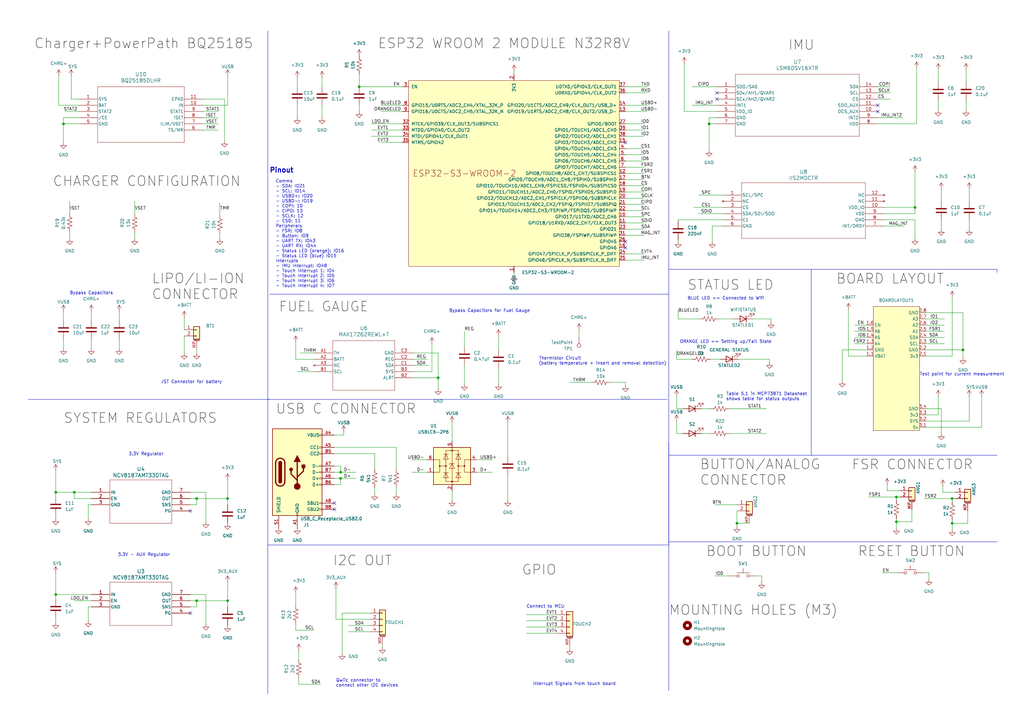
<source format=kicad_sch>
(kicad_sch (version 20230121) (generator eeschema)
  (paper "A3")
  (title_block (title "Custom T-Stick Board") (date "2023-09") (rev "0.0.2") (company "Albert Niyonsenga"))
  (junction (at 22.86 201.93))
  (junction (at 367.665 203.835))
  (junction (at 375.285 85.09))
  (junction (at 139.7 196.215))
  (junction (at 30.48 201.93))
  (junction (at 22.86 243.84))
  (junction (at 93.345 246.38))
  (junction (at 390.525 214.63))
  (junction (at 390.525 204.47))
  (junction (at 80.645 204.47))
  (junction (at 179.705 154.94))
  (junction (at 367.665 213.995))
  (junction (at 93.345 204.47))
  (junction (at 147.32 35.56))
  (junction (at 302.26 214.63))
  (junction (at 80.645 246.38))
  (junction (at 139.7 193.675))
  (junction (at 394.97 143.51))
  (junction (at 290.83 50.8))
  (junction (at 26.035 50.8))
  (no_connect (at 360.045 43.18))
  (no_connect (at 256.54 101.6))
  (no_connect (at 294.005 38.1))
  (no_connect (at 78.105 251.46))
  (no_connect (at 360.045 45.72))
  (no_connect (at 256.54 99.06))
  (no_connect (at 294.005 40.64))
  (no_connect (at 78.105 209.55))
  (no_connect (at 256.54 58.42))
  (no_connect (at 137.16 206.375))
  (no_connect (at 137.16 208.915))
  (wire (pts (xy 256.54 55.88) (xy 264.16 55.88)))
  (wire (pts (xy 139.7 191.135) (xy 139.7 193.675)))
  (wire (pts (xy 291.465 147.32) (xy 295.275 147.32)))
  (wire (pts (xy 256.54 106.68) (xy 264.16 106.68)))
  (wire (pts (xy 237.49 138.43) (xy 237.49 135.255)))
  (wire (pts (xy 256.54 78.74) (xy 264.16 78.74)))
  (wire (pts (xy 315.595 148.59) (xy 315.595 147.32)))
  (wire (pts (xy 156.21 45.72) (xy 165.1 45.72)))
  (wire (pts (xy 345.44 143.51) (xy 345.44 156.21)))
  (wire (pts (xy 350.52 133.35) (xy 355.6 133.35)))
  (wire (pts (xy 37.465 248.92) (xy 36.195 248.92)))
  (wire (pts (xy 390.525 204.47) (xy 391.795 204.47)))
  (wire (pts (xy 375.285 90.17) (xy 375.285 97.79)))
  (wire (pts (xy 210.82 29.21) (xy 210.82 30.48)))
  (polyline (pts (xy 274.32 181.61) (xy 274.32 223.52)))
  (wire (pts (xy 379.095 204.47) (xy 390.525 204.47)))
  (wire (pts (xy 152.4 53.34) (xy 165.1 53.34)))
  (wire (pts (xy 379.73 138.43) (xy 387.35 138.43)))
  (polyline (pts (xy 109.855 284.48) (xy 109.855 223.52)))
  (wire (pts (xy 55.245 97.79) (xy 55.245 95.25)))
  (wire (pts (xy 93.345 196.85) (xy 93.345 204.47)))
  (wire (pts (xy 299.085 177.8) (xy 314.325 177.8)))
  (wire (pts (xy 195.58 188.595) (xy 201.93 188.595)))
  (wire (pts (xy 350.52 140.97) (xy 355.6 140.97)))
  (wire (pts (xy 204.47 137.795) (xy 204.47 143.51)))
  (wire (pts (xy 37.465 204.47) (xy 30.48 204.47)))
  (wire (pts (xy 179.705 144.78) (xy 179.705 154.94)))
  (wire (pts (xy 283.845 43.18) (xy 294.005 43.18)))
  (wire (pts (xy 26.035 48.26) (xy 26.035 50.8)))
  (wire (pts (xy 283.845 35.56) (xy 294.005 35.56)))
  (wire (pts (xy 375.92 27.94) (xy 375.92 50.8)))
  (wire (pts (xy 26.035 142.875) (xy 26.035 139.065)))
  (wire (pts (xy 386.08 90.17) (xy 386.08 93.98)))
  (wire (pts (xy 80.645 207.01) (xy 80.645 204.47)))
  (wire (pts (xy 152.4 55.88) (xy 165.1 55.88)))
  (wire (pts (xy 256.54 156.845) (xy 256.54 158.115)))
  (wire (pts (xy 256.54 66.04) (xy 264.16 66.04)))
  (wire (pts (xy 296.545 92.71) (xy 292.1 92.71)))
  (wire (pts (xy 28.575 97.79) (xy 28.575 95.25)))
  (wire (pts (xy 121.285 140.335) (xy 121.285 147.32)))
  (wire (pts (xy 152.4 50.8) (xy 165.1 50.8)))
  (wire (pts (xy 286.385 87.63) (xy 296.545 87.63)))
  (wire (pts (xy 165.1 35.56) (xy 147.32 35.56)))
  (wire (pts (xy 360.045 35.56) (xy 365.125 35.56)))
  (wire (pts (xy 83.185 48.26) (xy 89.535 48.26)))
  (wire (pts (xy 384.81 162.56) (xy 384.81 170.18)))
  (wire (pts (xy 93.345 246.38) (xy 93.345 248.92)))
  (wire (pts (xy 375.285 85.09) (xy 375.285 87.63)))
  (wire (pts (xy 394.97 128.27) (xy 379.73 128.27)))
  (wire (pts (xy 75.565 137.795) (xy 75.565 144.78)))
  (polyline (pts (xy 109.855 223.52) (xy 188.595 223.52)))
  (wire (pts (xy 22.86 243.84) (xy 22.86 245.745)))
  (wire (pts (xy 78.105 243.84) (xy 84.455 243.84)))
  (wire (pts (xy 80.645 248.92) (xy 80.645 246.38)))
  (wire (pts (xy 287.655 167.64) (xy 291.465 167.64)))
  (wire (pts (xy 190.5 149.86) (xy 190.5 157.48)))
  (wire (pts (xy 379.73 167.64) (xy 386.08 167.64)))
  (wire (pts (xy 278.13 127) (xy 278.13 130.81)))
  (wire (pts (xy 30.48 201.93) (xy 37.465 201.93)))
  (polyline (pts (xy 109.855 163.83) (xy 109.855 223.52)))
  (wire (pts (xy 390.525 214.63) (xy 396.875 214.63)))
  (wire (pts (xy 140.97 177.165) (xy 140.97 178.435)))
  (wire (pts (xy 379.73 130.81) (xy 387.35 130.81)))
  (wire (pts (xy 139.7 198.755) (xy 139.7 196.215)))
  (wire (pts (xy 278.13 90.17) (xy 278.13 90.805)))
  (wire (pts (xy 381 234.95) (xy 381 237.49)))
  (wire (pts (xy 29.21 31.115) (xy 29.21 40.64)))
  (wire (pts (xy 83.185 53.34) (xy 89.535 53.34)))
  (wire (pts (xy 379.73 146.05) (xy 390.525 146.05)))
  (wire (pts (xy 147.32 43.18) (xy 147.32 45.72)))
  (wire (pts (xy 361.95 234.95) (xy 368.3 234.95)))
  (wire (pts (xy 185.42 201.295) (xy 185.42 205.105)))
  (wire (pts (xy 210.82 109.22) (xy 210.82 113.03)))
  (wire (pts (xy 378.46 234.95) (xy 381 234.95)))
  (wire (pts (xy 296.545 85.09) (xy 284.48 85.09)))
  (wire (pts (xy 48.895 127.635) (xy 48.895 131.445)))
  (wire (pts (xy 215.9 252.095) (xy 228.6 252.095)))
  (wire (pts (xy 122.555 278.13) (xy 122.555 280.67)))
  (wire (pts (xy 396.24 28.575) (xy 396.24 33.655)))
  (wire (pts (xy 28.575 82.55) (xy 28.575 87.63)))
  (wire (pts (xy 363.855 198.755) (xy 363.855 201.295)))
  (wire (pts (xy 256.54 45.72) (xy 265.43 45.72)))
  (wire (pts (xy 367.665 203.835) (xy 368.935 203.835)))
  (wire (pts (xy 48.895 142.875) (xy 48.895 139.065)))
  (wire (pts (xy 292.1 92.71) (xy 292.1 99.06)))
  (wire (pts (xy 384.81 28.575) (xy 384.81 33.655)))
  (wire (pts (xy 78.105 204.47) (xy 80.645 204.47)))
  (polyline (pts (xy 408.94 110.49) (xy 408.94 111.76)))
  (wire (pts (xy 277.495 172.72) (xy 277.495 177.8)))
  (wire (pts (xy 151.765 256.54) (xy 142.875 256.54)))
  (wire (pts (xy 256.54 60.96) (xy 264.16 60.96)))
  (wire (pts (xy 277.495 177.8) (xy 280.035 177.8)))
  (wire (pts (xy 278.13 90.17) (xy 296.545 90.17)))
  (wire (pts (xy 204.47 151.13) (xy 204.47 157.48)))
  (wire (pts (xy 374.015 208.915) (xy 374.015 213.995)))
  (wire (pts (xy 386.715 201.93) (xy 391.795 201.93)))
  (wire (pts (xy 37.465 127.635) (xy 37.465 131.445)))
  (wire (pts (xy 24.13 31.115) (xy 24.13 43.18)))
  (wire (pts (xy 92.075 40.64) (xy 92.075 57.785)))
  (wire (pts (xy 215.9 257.175) (xy 228.6 257.175)))
  (wire (pts (xy 80.645 204.47) (xy 93.345 204.47)))
  (wire (pts (xy 22.86 234.95) (xy 22.86 243.84)))
  (wire (pts (xy 347.98 127) (xy 347.98 146.05)))
  (wire (pts (xy 367.665 213.995) (xy 367.665 216.535)))
  (wire (pts (xy 256.54 93.98) (xy 264.16 93.98)))
  (wire (pts (xy 137.16 178.435) (xy 140.97 178.435)))
  (wire (pts (xy 256.54 88.9) (xy 264.16 88.9)))
  (wire (pts (xy 137.16 198.755) (xy 139.7 198.755)))
  (wire (pts (xy 26.035 127.635) (xy 26.035 131.445)))
  (wire (pts (xy 121.285 258.445) (xy 121.285 255.905)))
  (wire (pts (xy 122.555 280.67) (xy 131.445 280.67)))
  (wire (pts (xy 121.285 248.285) (xy 121.285 243.205)))
  (wire (pts (xy 137.16 191.135) (xy 139.7 191.135)))
  (wire (pts (xy 151.765 259.08) (xy 142.875 259.08)))
  (wire (pts (xy 280.67 45.72) (xy 294.005 45.72)))
  (wire (pts (xy 169.545 147.32) (xy 175.26 147.32)))
  (wire (pts (xy 132.08 31.75) (xy 132.08 35.56)))
  (wire (pts (xy 309.88 236.22) (xy 312.42 236.22)))
  (wire (pts (xy 299.085 167.64) (xy 314.325 167.64)))
  (wire (pts (xy 22.86 243.84) (xy 37.465 243.84)))
  (wire (pts (xy 293.37 207.01) (xy 302.26 207.01)))
  (wire (pts (xy 55.245 82.55) (xy 55.245 87.63)))
  (wire (pts (xy 367.665 203.835) (xy 367.665 205.105)))
  (wire (pts (xy 390.525 214.63) (xy 390.525 217.17)))
  (wire (pts (xy 363.855 201.295) (xy 368.935 201.295)))
  (wire (pts (xy 350.52 138.43) (xy 355.6 138.43)))
  (wire (pts (xy 256.54 76.2) (xy 264.16 76.2)))
  (wire (pts (xy 26.035 50.8) (xy 32.385 50.8)))
  (wire (pts (xy 233.68 266.065) (xy 233.68 264.795)))
  (wire (pts (xy 396.24 41.275) (xy 396.24 45.085)))
  (wire (pts (xy 362.585 87.63) (xy 375.285 87.63)))
  (wire (pts (xy 156.21 43.18) (xy 165.1 43.18)))
  (wire (pts (xy 362.585 85.09) (xy 375.285 85.09)))
  (wire (pts (xy 84.455 243.84) (xy 84.455 255.905)))
  (wire (pts (xy 139.7 196.215) (xy 146.05 196.215)))
  (wire (pts (xy 22.86 201.93) (xy 22.86 203.835)))
  (wire (pts (xy 137.16 183.515) (xy 162.56 183.515)))
  (wire (pts (xy 360.045 38.1) (xy 365.125 38.1)))
  (wire (pts (xy 121.92 152.4) (xy 128.905 152.4)))
  (wire (pts (xy 256.54 104.14) (xy 264.16 104.14)))
  (wire (pts (xy 83.185 50.8) (xy 89.535 50.8)))
  (wire (pts (xy 156.845 265.43) (xy 156.845 264.16)))
  (wire (pts (xy 256.54 63.5) (xy 264.16 63.5)))
  (polyline (pts (xy 274.32 222.25) (xy 408.94 222.25)))
  (wire (pts (xy 90.17 95.885) (xy 90.17 97.79)))
  (wire (pts (xy 302.26 209.55) (xy 302.26 214.63)))
  (wire (pts (xy 233.68 156.845) (xy 242.57 156.845)))
  (wire (pts (xy 162.56 183.515) (xy 162.56 192.405)))
  (wire (pts (xy 147.32 30.48) (xy 147.32 35.56)))
  (polyline (pts (xy 274.32 12.7) (xy 274.32 110.49)))
  (wire (pts (xy 90.17 83.185) (xy 90.17 88.265)))
  (wire (pts (xy 256.54 91.44) (xy 264.16 91.44)))
  (wire (pts (xy 185.42 173.355) (xy 185.42 180.975)))
  (wire (pts (xy 169.545 149.86) (xy 175.895 149.86)))
  (wire (pts (xy 379.73 170.18) (xy 384.81 170.18)))
  (wire (pts (xy 390.525 121.92) (xy 390.525 146.05)))
  (wire (pts (xy 83.185 43.18) (xy 93.345 43.18)))
  (wire (pts (xy 278.13 130.81) (xy 287.02 130.81)))
  (wire (pts (xy 121.92 43.18) (xy 121.92 48.26)))
  (wire (pts (xy 78.105 246.38) (xy 80.645 246.38)))
  (polyline (pts (xy 110.49 120.65) (xy 274.32 120.65)))
  (wire (pts (xy 137.16 196.215) (xy 139.7 196.215)))
  (wire (pts (xy 386.08 77.47) (xy 386.08 82.55)))
  (wire (pts (xy 78.105 248.92) (xy 80.645 248.92)))
  (wire (pts (xy 215.9 259.715) (xy 228.6 259.715)))
  (polyline (pts (xy 109.855 12.7) (xy 109.855 163.83)))
  (wire (pts (xy 256.54 35.56) (xy 265.43 35.56)))
  (wire (pts (xy 360.045 48.26) (xy 370.205 48.26)))
  (wire (pts (xy 390.525 204.47) (xy 390.525 205.74)))
  (wire (pts (xy 22.86 211.455) (xy 22.86 212.725)))
  (wire (pts (xy 397.51 90.17) (xy 397.51 93.98)))
  (wire (pts (xy 386.08 167.64) (xy 386.08 177.8)))
  (wire (pts (xy 256.54 53.34) (xy 264.16 53.34)))
  (wire (pts (xy 256.54 38.1) (xy 265.43 38.1)))
  (wire (pts (xy 356.235 203.835) (xy 367.665 203.835)))
  (wire (pts (xy 177.165 140.97) (xy 177.165 152.4)))
  (wire (pts (xy 121.92 31.75) (xy 121.92 35.56)))
  (polyline (pts (xy 274.32 110.49) (xy 408.94 110.49)))
  (wire (pts (xy 355.6 143.51) (xy 345.44 143.51)))
  (wire (pts (xy 32.385 43.18) (xy 24.13 43.18)))
  (wire (pts (xy 26.67 45.72) (xy 32.385 45.72)))
  (wire (pts (xy 379.73 172.72) (xy 397.51 172.72)))
  (wire (pts (xy 122.555 270.51) (xy 122.555 266.7)))
  (wire (pts (xy 396.875 209.55) (xy 396.875 214.63)))
  (wire (pts (xy 37.465 142.875) (xy 37.465 139.065)))
  (wire (pts (xy 153.67 186.055) (xy 153.67 192.405)))
  (wire (pts (xy 394.97 143.51) (xy 394.97 128.27)))
  (wire (pts (xy 36.195 207.01) (xy 36.195 212.725)))
  (wire (pts (xy 302.895 147.32) (xy 315.595 147.32)))
  (wire (pts (xy 139.7 193.675) (xy 146.05 193.675)))
  (wire (pts (xy 84.455 201.93) (xy 84.455 213.995)))
  (wire (pts (xy 394.97 146.685) (xy 394.97 143.51)))
  (wire (pts (xy 132.08 43.18) (xy 132.08 48.26)))
  (wire (pts (xy 78.105 207.01) (xy 80.645 207.01)))
  (wire (pts (xy 294.64 130.81) (xy 300.99 130.81)))
  (polyline (pts (xy 274.32 110.49) (xy 274.32 283.21)))
  (wire (pts (xy 256.54 71.12) (xy 264.16 71.12)))
  (polyline (pts (xy 109.855 163.83) (xy 273.685 163.83)))
  (wire (pts (xy 78.105 201.93) (xy 84.455 201.93)))
  (wire (pts (xy 294.005 50.8) (xy 290.83 50.8)))
  (wire (pts (xy 250.19 156.845) (xy 256.54 156.845)))
  (wire (pts (xy 195.58 193.675) (xy 201.93 193.675)))
  (wire (pts (xy 308.61 130.81) (xy 316.23 130.81)))
  (wire (pts (xy 128.905 147.32) (xy 121.285 147.32)))
  (wire (pts (xy 153.67 200.025) (xy 153.67 202.565)))
  (wire (pts (xy 312.42 236.22) (xy 312.42 238.76)))
  (wire (pts (xy 280.67 26.035) (xy 280.67 45.72)))
  (polyline (pts (xy 11.43 163.83) (xy 110.49 163.83)))
  (wire (pts (xy 37.465 207.01) (xy 36.195 207.01)))
  (wire (pts (xy 397.51 77.47) (xy 397.51 82.55)))
  (wire (pts (xy 32.385 40.64) (xy 29.21 40.64)))
  (wire (pts (xy 360.045 50.8) (xy 375.92 50.8)))
  (wire (pts (xy 256.54 83.82) (xy 264.16 83.82)))
  (wire (pts (xy 278.13 98.425) (xy 278.13 99.06)))
  (wire (pts (xy 169.545 152.4) (xy 177.165 152.4)))
  (wire (pts (xy 83.185 40.64) (xy 92.075 40.64)))
  (wire (pts (xy 179.705 154.94) (xy 179.705 159.385)))
  (wire (pts (xy 384.81 41.275) (xy 384.81 45.085)))
  (wire (pts (xy 75.565 130.175) (xy 75.565 135.255)))
  (wire (pts (xy 22.86 193.04) (xy 22.86 201.93)))
  (polyline (pts (xy 332.74 110.49) (xy 332.74 186.69)))
  (wire (pts (xy 93.345 31.115) (xy 93.345 43.18)))
  (wire (pts (xy 80.645 144.78) (xy 80.645 142.875)))
  (wire (pts (xy 37.465 246.38) (xy 30.48 246.38)))
  (wire (pts (xy 379.73 175.26) (xy 402.59 175.26)))
  (polyline (pts (xy 274.32 186.69) (xy 408.94 186.69)))
  (wire (pts (xy 302.26 214.63) (xy 307.34 214.63)))
  (wire (pts (xy 362.585 90.17) (xy 375.285 90.17)))
  (wire (pts (xy 277.495 167.64) (xy 280.035 167.64)))
  (wire (pts (xy 397.51 162.56) (xy 397.51 172.72)))
  (wire (pts (xy 256.54 43.18) (xy 265.43 43.18)))
  (wire (pts (xy 290.83 48.26) (xy 290.83 50.8)))
  (wire (pts (xy 350.52 135.89) (xy 355.6 135.89)))
  (wire (pts (xy 169.545 154.94) (xy 179.705 154.94)))
  (wire (pts (xy 402.59 162.56) (xy 402.59 175.26)))
  (wire (pts (xy 208.28 194.945) (xy 208.28 205.105)))
  (wire (pts (xy 390.525 213.36) (xy 390.525 214.63)))
  (wire (pts (xy 22.86 201.93) (xy 30.48 201.93)))
  (wire (pts (xy 137.795 241.3) (xy 137.795 254)))
  (wire (pts (xy 375.285 70.485) (xy 375.285 85.09)))
  (wire (pts (xy 362.585 92.71) (xy 370.84 92.71)))
  (wire (pts (xy 256.54 73.66) (xy 264.16 73.66)))
  (wire (pts (xy 277.495 143.51) (xy 277.495 147.32)))
  (wire (pts (xy 379.73 143.51) (xy 394.97 143.51)))
  (wire (pts (xy 123.19 144.78) (xy 128.905 144.78)))
  (wire (pts (xy 294.005 48.26) (xy 290.83 48.26)))
  (wire (pts (xy 256.54 86.36) (xy 264.16 86.36)))
  (wire (pts (xy 386.715 199.39) (xy 386.715 201.93)))
  (wire (pts (xy 22.86 253.365) (xy 22.86 255.27)))
  (wire (pts (xy 360.045 40.64) (xy 365.125 40.64)))
  (wire (pts (xy 293.37 236.22) (xy 299.72 236.22)))
  (wire (pts (xy 379.73 133.35) (xy 387.35 133.35)))
  (wire (pts (xy 379.73 140.97) (xy 387.35 140.97)))
  (wire (pts (xy 169.545 144.78) (xy 179.705 144.78)))
  (wire (pts (xy 277.495 162.56) (xy 277.495 167.64)))
  (wire (pts (xy 151.765 251.46) (xy 140.335 251.46)))
  (wire (pts (xy 302.26 214.63) (xy 302.26 215.9)))
  (wire (pts (xy 140.335 251.46) (xy 140.335 267.97)))
  (wire (pts (xy 256.54 81.28) (xy 264.16 81.28)))
  (polyline (pts (xy 188.595 223.52) (xy 274.32 223.52)))
  (wire (pts (xy 256.54 96.52) (xy 264.16 96.52)))
  (wire (pts (xy 347.98 146.05) (xy 355.6 146.05)))
  (wire (pts (xy 162.56 200.025) (xy 162.56 202.565)))
  (wire (pts (xy 277.495 147.32) (xy 283.845 147.32)))
  (wire (pts (xy 30.48 201.93) (xy 30.48 204.47)))
  (wire (pts (xy 256.54 68.58) (xy 264.16 68.58)))
  (wire (pts (xy 367.665 212.725) (xy 367.665 213.995)))
  (wire (pts (xy 93.345 204.47) (xy 93.345 207.01)))
  (wire (pts (xy 208.28 173.355) (xy 208.28 187.325)))
  (wire (pts (xy 290.83 50.8) (xy 290.83 61.595)))
  (wire (pts (xy 80.645 246.38) (xy 93.345 246.38)))
  (wire (pts (xy 26.035 48.26) (xy 32.385 48.26)))
  (wire (pts (xy 26.035 50.8) (xy 26.035 58.42)))
  (wire (pts (xy 137.16 193.675) (xy 139.7 193.675)))
  (wire (pts (xy 256.54 50.8) (xy 264.16 50.8)))
  (wire (pts (xy 83.185 45.72) (xy 89.535 45.72)))
  (wire (pts (xy 175.26 188.595) (xy 168.91 188.595)))
  (wire (pts (xy 121.285 258.445) (xy 128.905 258.445)))
  (wire (pts (xy 316.23 132.08) (xy 316.23 130.81)))
  (wire (pts (xy 175.26 193.675) (xy 168.91 193.675)))
  (wire (pts (xy 190.5 135.89) (xy 190.5 142.24)))
  (wire (pts (xy 156.21 58.42) (xy 165.1 58.42)))
  (wire (pts (xy 379.73 135.89) (xy 387.35 135.89)))
  (wire (pts (xy 367.665 213.995) (xy 374.015 213.995)))
  (wire (pts (xy 151.765 254) (xy 137.795 254)))
  (wire (pts (xy 215.9 254.635) (xy 228.6 254.635)))
  (wire (pts (xy 36.195 248.92) (xy 36.195 254.635)))
  (wire (pts (xy 286.385 80.01) (xy 296.545 80.01)))
  (wire (pts (xy 287.655 177.8) (xy 291.465 177.8)))
  (wire (pts (xy 93.345 238.76) (xy 93.345 246.38)))
  (wire (pts (xy 137.16 186.055) (xy 153.67 186.055)))
  (text "Comms\n- SDA: IO21\n- SCL: IO14\n- USBD+: IO20\n- USBD-: IO19\n- COPI: 10\n- CIPO: 13\n- SCLK: 12\n- CS0: 11\nPeripherals\n- FSR: IO8\n- Button: IO9\n- UART TX: IO43\n- UART RX: IO44\n- Status LED (orange): IO16\n- Status LED (blue) I015\nInterrupts\n- IMU Interrupt: IO48\n- Touch Interrupt 1: IO4\n- Touch Interrupt 2: IO5\n- Touch Interrupt 3: IO6\n- Touch Interrupt 4: IO7" (at 113.03 118.11 0) (effects (font (size 1.27 1.27)) (justify left bottom)))
  (text "Qwiic connector to \nconnect other I2C devices" (at 137.795 281.94 0) (effects (font (size 1.27 1.27)) (justify left bottom)))
  (text "FUEL GAUGE" (at 114.3 128.27 0) (effects (font (size 4 4)) (justify left bottom)))
  (text "FSR CONNECTOR" (at 349.25 193.04 0) (effects (font (size 4 4)) (justify left bottom)))
  (text "LIPO/LI-ION \nCONNECTOR" (at 62.23 123.19 0) (effects (font (size 4 4)) (justify left bottom)))
  (text "Thermistor Circuit\n(battery temperature + insert and removal detection)" (at 220.98 149.86 0) (effects (font (size 1.27 1.27)) (justify left bottom)))
  (text "JST Connector for battery\n" (at 66.04 157.48 0) (effects (font (size 1.27 1.27)) (justify left bottom)))
  (text "IMU" (at 323.215 20.955 0) (effects (font (size 4 4)) (justify left bottom)))
  (text "BOARD LAYOUT" (at 342.9 116.84 0) (effects (font (size 4 4)) (justify left bottom)))
  (text "Charger+PowerPath BQ25185" (at 13.97 20.32 0) (effects (font (size 4 4)) (justify left bottom)))
  (text "Table 5.1 in MCP73871 Datasheet \nshows table for status outputs" (at 297.815 164.465 0) (effects (font (size 1.27 1.27)) (justify left bottom)))
  (text "I2C OUT" (at 136.525 232.41 0) (effects (font (size 4 4)) (justify left bottom)))
  (text "CHARGER CONFIGURATION" (at 21.59 76.835 0) (effects (font (size 4 4)) (justify left bottom)))
  (text "Bypass Capacitors\n\n\n" (at 28.575 125.095 0) (effects (font (size 1.27 1.27)) (justify left bottom)))
  (text "STATUS LED" (at 281.94 119.38 0) (effects (font (size 4 4)) (justify left bottom)))
  (text "Bypass Capacitors for Fuel Gauge" (at 184.15 128.27 0) (effects (font (size 1.27 1.27)) (justify left bottom)))
  (text "SYSTEM REGULATORS" (at 26.035 173.99 0) (effects (font (size 4 4)) (justify left bottom)))
  (text "BLUE LED == Connected to Wifi" (at 281.94 123.19 0) (effects (font (size 1.27 1.27)) (justify left bottom)))
  (text "3.3V - AUX Regulator\n\n\n" (at 48.26 232.41 0) (effects (font (size 1.27 1.27)) (justify left bottom)))
  (text "ESP32 WROOM 2 MODULE N32R8V" (at 154.94 20.32 0) (effects (font (size 4 4)) (justify left bottom)))
  (text "MOUNTING HOLES (M3)" (at 274.32 252.73 0) (effects (font (size 4 4)) (justify left bottom)))
  (text "Test point for current measurement" (at 377.19 154.305 0) (effects (font (size 1.27 1.27)) (justify left bottom)))
  (text "BOOT BUTTON" (at 289.56 228.6 0) (effects (font (size 4 4)) (justify left bottom)))
  (text "Pinout" (at 110.49 71.12 0) (effects (font (size 2 2) (thickness 0.4) bold) (justify left bottom)))
  (text "GPIO" (at 213.995 236.22 0) (effects (font (size 4 4)) (justify left bottom)))
  (text "BUTTON/ANALOG \nCONNECTOR" (at 287.02 199.39 0) (effects (font (size 4 4)) (justify left bottom)))
  (text "RESET BUTTON" (at 351.79 228.6 0) (effects (font (size 4 4)) (justify left bottom)))
  (text "3.3V Regulator\n\n\n" (at 52.705 191.135 0) (effects (font (size 1.27 1.27)) (justify left bottom)))
  (text "Connect to MCU" (at 215.9 249.555 0) (effects (font (size 1.27 1.27)) (justify left bottom)))
  (text "ORANGE LED == Setting up/Fail State" (at 278.765 140.97 0) (effects (font (size 1.27 1.27)) (justify left bottom)))
  (text "Interrupt Signals from touch board" (at 218.44 281.305 0) (effects (font (size 1.27 1.27)) (justify left bottom)))
  (text "USB C CONNECTOR" (at 113.03 170.18 0) (effects (font (size 4 4)) (justify left bottom)))
  (label "CS" (at 262.89 76.2 0))
  (label "IMU_INT2" (at 361.315 48.26 0))
  (label "COPI" (at 365.125 35.56 180))
  (label "EN" (at 354.33 133.35 180))
  (label "CS" (at 360.045 40.64 0))
  (label "SCL" (at 123.19 152.4 0))
  (label "SCL" (at 125.095 258.445 0))
  (label "EN" (at 161.29 35.56 0))
  (label "IO0" (at 293.37 236.22 0))
  (label "COPI" (at 262.89 78.74 0))
  (label "SDA" (at 149.225 256.54 180))
  (label "TMR" (at 90.17 86.36 0))
  (label "ORANGELED" (at 164.465 45.72 180))
  (label "FSR2" (at 354.965 140.97 180))
  (label "EVT4" (at 262.89 104.14 0))
  (label "TMR" (at 84.455 53.34 0))
  (label "USBD+" (at 262.89 43.18 0))
  (label "IO5" (at 262.89 63.5 0))
  (label "BLUELED" (at 164.465 43.18 180))
  (label "BLUELED" (at 278.13 128.27 0))
  (label "CIPO" (at 290.83 35.56 180))
  (label "SDA" (at 170.815 149.86 0))
  (label "USBD-" (at 173.99 188.595 180))
  (label "D-" (at 140.97 193.675 0))
  (label "STAT2" (at 31.75 45.72 180))
  (label "EVT3" (at 228.6 257.175 180))
  (label "EVT4" (at 228.6 259.715 180))
  (label "EVT2" (at 228.6 254.635 180))
  (label "LDO_EN" (at 36.195 246.38 180))
  (label "SCLK" (at 262.89 81.28 0))
  (label "IMU_INT" (at 262.89 106.68 0))
  (label "STAT1" (at 84.455 45.72 0))
  (label "EVT3" (at 159.385 58.42 180))
  (label "FSR2" (at 262.89 68.58 0))
  (label "TXD" (at 262.89 35.56 0))
  (label "STAT1" (at 306.705 167.64 0))
  (label "CS1" (at 262.89 60.96 0))
  (label "ISET" (at 28.575 86.36 0))
  (label "IMU_INT" (at 285.115 43.18 0))
  (label "EN" (at 361.95 234.95 0))
  (label "FSR1" (at 381 135.89 0))
  (label "IO6" (at 262.89 66.04 0))
  (label "IO5" (at 351.79 135.89 0))
  (label "D+" (at 196.85 193.675 0))
  (label "IO2" (at 384.81 133.35 180))
  (label "USBD-" (at 262.89 45.72 0))
  (label "SCLK" (at 365.125 38.1 180))
  (label "BTN" (at 262.89 73.66 0))
  (label "VSET" (at 55.245 86.36 0))
  (label "D-" (at 173.99 193.675 180))
  (label "THRM" (at 124.46 144.78 0))
  (label "SDA" (at 127.635 280.67 0))
  (label "VSET" (at 84.455 50.8 0))
  (label "IO6" (at 351.79 138.43 0))
  (label "ISET" (at 84.455 48.26 0))
  (label "SDA" (at 384.81 138.43 180))
  (label "IO1" (at 384.81 130.81 180))
  (label "SDIO" (at 292.1 87.63 180))
  (label "CIPO" (at 262.89 83.82 0))
  (label "EVT1" (at 228.6 252.095 180))
  (label "SDIO" (at 262.89 91.44 0))
  (label "MAG_INT" (at 262.89 96.52 0))
  (label "REG" (at 170.815 147.32 0))
  (label "EVT2" (at 159.385 55.88 180))
  (label "SDA" (at 262.89 93.98 0))
  (label "LDO_EN" (at 152.4 50.8 0))
  (label "BTN" (at 295.91 207.01 180))
  (label "USBD+" (at 196.85 188.595 0))
  (label "IO0" (at 262.89 50.8 0))
  (label "SCL" (at 384.81 140.97 180))
  (label "SCL" (at 262.89 86.36 0))
  (label "STAT2" (at 306.705 177.8 0))
  (label "IO1" (at 262.89 53.34 0))
  (label "D+" (at 140.97 196.215 0))
  (label "REG" (at 190.5 135.89 0))
  (label "MAG_INT" (at 364.49 92.71 0))
  (label "SPC" (at 262.89 88.9 0))
  (label "FSR1" (at 262.89 71.12 0))
  (label "CS1" (at 287.655 85.09 0))
  (label "THRM" (at 234.95 156.845 0))
  (label "EVT1" (at 159.385 53.34 180))
  (label "IO2" (at 262.89 55.88 0))
  (label "SCL" (at 149.225 259.08 180))
  (label "RXD" (at 262.89 38.1 0))
  (label "FSR1" (at 361.315 203.835 180))
  (label "SPC" (at 287.655 80.01 0))
  (label "ORANGELED" (at 277.495 146.05 0))
  (label "FSR2" (at 384.175 204.47 180))
  (symbol (lib_id "Device:R_US") (at 290.83 130.81 90) (unit 1)
    (property "Reference" "R8" (at 290.83 125.73 90))
    (property "Value" "1k" (at 290.83 128.27 90))
    (property "Footprint" "Resistor_SMD:R_0402_1005Metric" (effects hide))
    (property "Datasheet" "https://industrial.panasonic.com/cdbs/www-data/pdf/RDA0000/AOA0000C304.pdf" (effects hide))
    (property "Description Value Pkg" "1 kOhms ±1% 0.1W, 1/10W Chip Resistor 0402 (1005 Metric) Automotive AEC-Q200 Thick Film" (effects hide))
    (property "Mfg Part #" "ERJ-2RKF1001X" (effects hide))
    (property "Manufacturer" "Panasonic Electronic Components" (effects hide))
    (property "mpn" "ERJ-2RKF1001X" (effects hide))
  )
  (symbol (lib_id "Device:R_US") (at 390.525 209.55 0) (unit 1)
    (property "Reference" "R2" (at 386.715 208.28 0) (effects (justify left)))
    (property "Value" "1k" (at 386.715 210.82 0) (effects (justify left)))
    (property "Footprint" "Resistor_SMD:R_0402_1005Metric" (effects hide))
    (property "Datasheet" "https://industrial.panasonic.com/cdbs/www-data/pdf/RDA0000/AOA0000C304.pdf" (effects hide))
    (property "Description Value Pkg" "1 kOhms ±1% 0.1W, 1/10W Chip Resistor 0402 (1005 Metric) Automotive AEC-Q200 Thick Film" (effects hide))
    (property "Mfg Part #" "ERJ-2RKF1001X" (effects hide))
    (property "Manufacturer" "Panasonic Electronic Components" (effects hide))
    (property "mpn" "ERJ-2RKF1001X" (effects hide))
  )
  (symbol (lib_id "LSM6DSV16XTR:LSM6DSV16XTR") (at 294.005 35.56 0) (unit 1)
    (property "Reference" "U7" (at 327.025 25.4 0) (effects (font (size 1.524 1.524))))
    (property "Value" "LSM6DSV16XTR" (at 327.025 27.94 0) (effects (font (size 1.524 1.524))))
    (property "Footprint" "LSM6DSV16XTR-footprints:LGA14L_LSM6_STM" (effects hide))
    (property "Datasheet" "LSM6DSV16XTR" (effects hide))
    (property "Description Value Pkg" "Accelerometer, Gyroscope, Temperature, 6 Axis Sensor I2C, SPI Output" (effects hide))
    (property "Mfg Part #" "LSM6DSV16XTR" (effects hide))
    (property "Manufacturer" "STMicroelectronics" (effects hide))
  )
  (symbol (lib_id "VUSB:VUSB") (at 93.345 31.115 0) (unit 1) (in_bom no) (on_board no)
    (property "Reference" "#VUSB014" (effects hide))
    (property "Value" "VUSB" (at 90.805 27.305 0) (effects (justify left)))
  )
  (symbol (lib_id "power:+BATT") (at 121.285 140.335 0) (unit 1)
    (property "Reference" "#PWR023" (effects hide))
    (property "Value" "+BATT" (at 121.285 135.255 0))
  )
  (symbol (lib_id "power:+3V3") (at 386.715 199.39 0) (unit 1)
    (property "Reference" "#PWR056" (effects hide))
    (property "Value" "+3V3" (at 389.255 198.12 0) (effects (justify left)))
  )
  (symbol (lib_id "power-symbols:VSYS") (at 29.21 31.115 0) (unit 1) (in_bom no) (on_board no)
    (property "Reference" "SYS7" (effects hide))
    (property "Value" "SYS" (at 27.94 27.305 0) (effects (justify left)))
  )
  (symbol (lib_id "VUSB:VUSB") (at 208.28 173.355 0) (unit 1) (in_bom no) (on_board no)
    (property "Reference" "#VUSB08" (effects hide))
    (property "Value" "VUSB" (at 205.74 169.545 0) (effects (justify left)))
  )
  (symbol (lib_id "Device:C") (at 26.035 135.255 0) (unit 1)
    (property "Reference" "C21" (at 29.845 133.985 0) (effects (justify left)))
    (property "Value" "10uF" (at 29.845 136.525 0) (effects (justify left)))
    (property "Footprint" "Capacitor_SMD:C_0603_1608Metric" (effects hide))
    (property "Datasheet" "https://mm.digikey.com/Volume0/opasdata/d220001/medias/docus/609/CL10A106KQ8NNNC_Spec.pdf" (effects hide))
    (property "Description Value Pkg" "10 µF ±10% 6.3V Ceramic Capacitor X5R 0603 (1608 Metric)" (effects hide))
    (property "Mfg Part #" "CL10A105KO8NNNC" (effects hide))
    (property "Manufacturer" "Samsung Electro-Mechanics" (effects hide))
    (property "mpn" "CL10A105KO8NNNC" (effects hide))
  )
  (symbol (lib_id "power:+3V3") (at 363.855 198.755 0) (unit 1)
    (property "Reference" "#PWR01" (effects hide))
    (property "Value" "+3V3" (at 366.395 197.485 0) (effects (justify left)))
  )
  (symbol (lib_name "+3V3_2") (lib_id "power:+3V3") (at 132.08 31.75 0) (unit 1)
    (property "Reference" "#PWR083" (effects hide))
    (property "Value" "+3V3" (at 132.08 26.67 0))
  )
  (symbol (lib_id "Device:R_US") (at 295.275 177.8 90) (unit 1)
    (property "Reference" "R22" (at 295.275 172.72 90))
    (property "Value" "1k" (at 295.275 175.26 90))
    (property "Footprint" "Resistor_SMD:R_0402_1005Metric" (effects hide))
    (property "Datasheet" "https://industrial.panasonic.com/cdbs/www-data/pdf/RDA0000/AOA0000C304.pdf" (effects hide))
    (property "Description Value Pkg" "1 kOhms ±1% 0.1W, 1/10W Chip Resistor 0402 (1005 Metric) Automotive AEC-Q200 Thick Film" (effects hide))
    (property "Mfg Part #" "ERJ-2RKF1001X" (effects hide))
    (property "Manufacturer" "Panasonic Electronic Components" (effects hide))
    (property "mpn" "ERJ-2RKF1001X" (effects hide))
  )
  (symbol (lib_id "Device:C") (at 147.32 39.37 0) (unit 1)
    (property "Reference" "C9" (at 151.13 38.1 0) (effects (justify left)))
    (property "Value" "1uF" (at 151.13 40.64 0) (effects (justify left)))
    (property "Footprint" "Capacitor_SMD:C_0402_1005Metric" (effects hide))
    (property "Datasheet" "https://mm.digikey.com/Volume0/opasdata/d220001/medias/docus/41/CL03A105KQ3CSNC_Spec.pdf" (effects hide))
    (property "Description Value Pkg" "1 µF ±10% 16V Ceramic Capacitor X5R 0402 (1005 Metric)" (effects hide))
    (property "Mfg Part #" "CL05A105KO5NNNC" (effects hide))
    (property "Manufacturer" "Samsung Electro-Mechanics" (effects hide))
    (property "mpn" "CL05A105KO5NNNC" (effects hide))
  )
  (symbol (lib_name "+3V3_2") (lib_id "power:+3V3") (at 121.92 31.75 0) (unit 1)
    (property "Reference" "#PWR081" (effects hide))
    (property "Value" "+3V3" (at 121.92 26.67 0))
  )
  (symbol (lib_id "Device:C") (at 93.345 210.82 0) (unit 1)
    (property "Reference" "C12" (at 97.155 209.55 0) (effects (justify left)))
    (property "Value" "1uF" (at 97.155 212.09 0) (effects (justify left)))
    (property "Footprint" "Capacitor_SMD:C_0402_1005Metric" (effects hide))
    (property "Datasheet" "https://mm.digikey.com/Volume0/opasdata/d220001/medias/docus/41/CL03A105KQ3CSNC_Spec.pdf" (effects hide))
    (property "Description Value Pkg" "1 µF ±10% 16V Ceramic Capacitor X5R 0402 (1005 Metric)" (effects hide))
    (property "Mfg Part #" "CL05A105KO5NNNC" (effects hide))
    (property "Manufacturer" "Samsung Electro-Mechanics" (effects hide))
    (property "mpn" "CL05A105KO5NNNC" (effects hide))
  )
  (symbol (lib_id "Connector_Generic_MountingPin:Conn_01x04_MountingPin") (at 156.845 254 0) (unit 1)
    (property "Reference" "TOUCH1" (at 165.735 255.27 0) (effects (justify right)))
    (property "Value" "JST-SH-1x04 1.0mm" (effects hide))
    (property "Footprint" "Connector_JST:JST_SH_BM04B-SRSS-TB_1x04-1MP_P1.00mm_Vertical" (effects hide))
    (property "Datasheet" "https://www.jst-mfg.com/product/pdf/eng/eSH.pdf" (effects hide))
    (property "Description Value Pkg" "Connector Header Surface Mount 4 position 0.039\" (1.00mm)" (effects hide))
    (property "Mfg Part #" "BM04B-SRSS-TB" (effects hide))
    (property "Manufacturer" "JST Sales America Inc." (effects hide))
    (property "mpn" "BM04B-SRSS-TB" (effects hide))
  )
  (symbol (lib_name "GND_2") (lib_id "power:GND") (at 315.595 148.59 0) (unit 1)
    (property "Reference" "#PWR063" (effects hide))
    (property "Value" "GND" (at 315.595 153.67 0))
  )
  (symbol (lib_id "power-symbols:VSYS") (at 22.86 234.95 0) (unit 1) (in_bom no) (on_board no)
    (property "Reference" "SYS4" (effects hide))
    (property "Value" "SYS" (at 21.59 231.14 0) (effects (justify left)))
  )
  (symbol (lib_id "Device:C") (at 37.465 135.255 0) (unit 1)
    (property "Reference" "C22" (at 41.275 133.985 0) (effects (justify left)))
    (property "Value" "1uF" (at 41.275 136.525 0) (effects (justify left)))
    (property "Footprint" "Capacitor_SMD:C_0402_1005Metric" (effects hide))
    (property "Datasheet" "https://mm.digikey.com/Volume0/opasdata/d220001/medias/docus/41/CL03A105KQ3CSNC_Spec.pdf" (effects hide))
    (property "Description Value Pkg" "1 µF ±10% 16V Ceramic Capacitor X5R 0402 (1005 Metric)" (effects hide))
    (property "Mfg Part #" "CL05A105KO5NNNC" (effects hide))
    (property "Manufacturer" "Samsung Electro-Mechanics" (effects hide))
    (property "mpn" "CL05A105KO5NNNC" (effects hide))
  )
  (symbol (lib_id "Mechanical:MountingHole") (at 281.94 262.89 0) (unit 1) (in_bom no)
    (property "Reference" "H2" (at 284.48 261.62 0) (effects (justify left)))
    (property "Value" "MountingHole" (at 284.48 264.16 0) (effects (justify left)))
    (property "Footprint" "MountingHole:MountingHole_3.2mm_M3_DIN965" (effects hide))
  )
  (symbol (lib_id "Device:C") (at 397.51 86.36 0) (unit 1)
    (property "Reference" "C7" (at 401.32 85.09 0) (effects (justify left)))
    (property "Value" "0.1uF" (at 401.32 87.63 0) (effects (justify left)))
    (property "Footprint" "Capacitor_SMD:C_0402_1005Metric" (effects hide))
    (property "Datasheet" "https://mm.digikey.com/Volume0/opasdata/d220001/medias/docus/41/CL03A104KP3NNNC_Spec.pdf" (effects hide))
    (property "Description Value Pkg" "0.1 µF ±10% 16V Ceramic Capacitor X7R 0402 (1005 Metric)" (effects hide))
    (property "Mfg Part #" "CL05B104KO5NNNC" (effects hide))
    (property "Manufacturer" "Samsung Electro-Mechanics" (effects hide))
    (property "mpn" "CL05B104KO5NNNC" (effects hide))
  )
  (symbol (lib_name "GND_2") (lib_id "power:GND") (at 36.195 212.725 0) (unit 1)
    (property "Reference" "#PWR065" (effects hide))
    (property "Value" "GND" (at 36.195 217.805 0))
  )
  (symbol (lib_name "GND_2") (lib_id "power:GND") (at 36.195 254.635 0) (unit 1)
    (property "Reference" "#PWR030" (effects hide))
    (property "Value" "GND" (at 36.195 259.715 0))
  )
  (symbol (lib_name "GND_2") (lib_id "power:GND") (at 22.86 212.725 0) (unit 1)
    (property "Reference" "#PWR050" (effects hide))
    (property "Value" "GND" (at 22.86 217.805 0))
  )
  (symbol (lib_name "GND_2") (lib_id "power:GND") (at 26.035 142.875 0) (unit 1)
    (property "Reference" "#PWR069" (effects hide))
    (property "Value" "GND" (at 26.035 147.955 0))
  )
  (symbol (lib_name "GND_1") (lib_id "power:GND") (at 75.565 144.78 0) (unit 1)
    (property "Reference" "#PWR062" (effects hide))
    (property "Value" "GND" (at 75.565 149.86 0))
  )
  (symbol (lib_id "VUSB:VUSB") (at 140.97 177.165 0) (unit 1) (in_bom no) (on_board no)
    (property "Reference" "#VUSB01" (effects hide))
    (property "Value" "VUSB" (at 138.43 173.355 0) (effects (justify left)))
  )
  (symbol (lib_name "GND_2") (lib_id "power:GND") (at 28.575 97.79 0) (unit 1)
    (property "Reference" "#PWR098" (effects hide))
    (property "Value" "GND" (at 28.575 102.87 0))
  )
  (symbol (lib_id "VUSB:VUSB") (at 277.495 172.72 0) (unit 1) (in_bom no) (on_board no)
    (property "Reference" "#VUSB05" (effects hide))
    (property "Value" "VUSB" (at 274.955 168.91 0) (effects (justify left)))
  )
  (symbol (lib_id "Connector_Generic_MountingPin:Conn_01x02_MountingPin") (at 396.875 201.93 0) (unit 1)
    (property "Reference" "ANG3" (at 399.415 203.2 90) (effects (justify left)))
    (property "Value" "JST-SH-1.00mm 1x2" (effects hide))
    (property "Footprint" "Connector_JST:JST_SH_BM02B-SRSS-TB_1x02-1MP_P1.00mm_Vertical" (effects hide))
    (property "Datasheet" "https://www.jst.com/wp-content/uploads/2021/03/eSR_SZ-new.pdf" (effects hide))
    (property "Description Value Pkg" "Connector Header Surface Mount 2 position 0.039\" (1.00mm)" (effects hide))
    (property "Mfg Part #" "BM02B-SRSS-TB" (effects hide))
    (property "Manufacturer" "JST Sales America Inc." (effects hide))
    (property "mpn" "BM02B-SRSS-TB" (effects hide))
  )
  (symbol (lib_id "Device:C") (at 396.24 37.465 0) (unit 1)
    (property "Reference" "C20" (at 400.05 36.195 0) (effects (justify left)))
    (property "Value" "0.1uF" (at 400.05 38.735 0) (effects (justify left)))
    (property "Footprint" "Capacitor_SMD:C_0402_1005Metric" (effects hide))
    (property "Datasheet" "https://mm.digikey.com/Volume0/opasdata/d220001/medias/docus/41/CL03A104KP3NNNC_Spec.pdf" (effects hide))
    (property "Description Value Pkg" "0.1 µF ±10% 16V Ceramic Capacitor X7R 0402 (1005 Metric)" (effects hide))
    (property "Mfg Part #" "CL05B104KO5NNNC" (effects hide))
    (property "Manufacturer" "Samsung Electro-Mechanics" (effects hide))
    (property "mpn" "CL05B104KO5NNNC" (effects hide))
  )
  (symbol (lib_id "Device:R_US") (at 147.32 26.67 180) (unit 1)
    (property "Reference" "R5" (at 142.24 26.67 90))
    (property "Value" "10k" (at 144.78 26.67 90))
    (property "Footprint" "Resistor_SMD:R_0402_1005Metric" (effects hide))
    (property "Datasheet" "https://industrial.panasonic.com/cdbs/www-data/pdf/RDA0000/AOA0000C304.pdf" (effects hide))
    (property "Description Value Pkg" "10 kOhms ±1% 0.1W, 1/10W Chip Resistor 0402 (1005 Metric) Automotive AEC-Q200 Thick Film" (effects hide))
    (property "Mfg Part #" "ERJ-2RKF1002X" (effects hide))
    (property "Manufacturer" "Panasonic Electronic Components" (effects hide))
    (property "mpn" "ERJ-2RKF1002X" (effects hide))
  )
  (symbol (lib_name "+3V3_2") (lib_id "power:+3V3") (at 147.32 22.86 0) (unit 1)
    (property "Reference" "#PWR044" (effects hide))
    (property "Value" "+3V3" (at 147.32 17.78 0))
  )
  (symbol (lib_id "Device:R_US") (at 287.655 147.32 90) (unit 1)
    (property "Reference" "R10" (at 287.655 142.24 90))
    (property "Value" "1k" (at 287.655 144.78 90))
    (property "Footprint" "Resistor_SMD:R_0402_1005Metric" (effects hide))
    (property "Datasheet" "https://industrial.panasonic.com/cdbs/www-data/pdf/RDA0000/AOA0000C304.pdf" (effects hide))
    (property "Description Value Pkg" "1 kOhms ±1% 0.1W, 1/10W Chip Resistor 0402 (1005 Metric) Automotive AEC-Q200 Thick Film" (effects hide))
    (property "Mfg Part #" "ERJ-2RKF1001X" (effects hide))
    (property "Manufacturer" "Panasonic Electronic Components" (effects hide))
    (property "mpn" "ERJ-2RKF1001X" (effects hide))
  )
  (symbol (lib_name "GND_2") (lib_id "power:GND") (at 375.285 97.79 0) (unit 1)
    (property "Reference" "#PWR091" (effects hide))
    (property "Value" "GND" (at 375.285 102.87 0))
  )
  (symbol (lib_id "power-symbols:CHARGE+") (at 237.49 135.255 0) (unit 1) (in_bom no) (on_board no)
    (property "Reference" "#PWR03" (effects hide))
    (property "Value" "CHARGE+" (at 237.49 130.175 0))
  )
  (symbol (lib_name "GND_2") (lib_id "power:GND") (at 386.08 93.98 0) (unit 1)
    (property "Reference" "#PWR013" (effects hide))
    (property "Value" "GND" (at 386.08 99.06 0))
  )
  (symbol (lib_id "Connector_Generic_MountingPin:Conn_01x04_MountingPin") (at 233.68 254.635 0) (unit 1)
    (property "Reference" "TOUCH2" (at 242.57 255.905 0) (effects (justify right)))
    (property "Value" "JST-SH-1x04 1.0mm" (effects hide))
    (property "Footprint" "Connector_JST:JST_SH_BM04B-SRSS-TB_1x04-1MP_P1.00mm_Vertical" (effects hide))
    (property "Datasheet" "https://www.jst-mfg.com/product/pdf/eng/eSH.pdf" (effects hide))
    (property "Description Value Pkg" "Connector Header Surface Mount 4 position 0.039\" (1.00mm)" (effects hide))
    (property "Mfg Part #" "BM04B-SRSS-TB" (effects hide))
    (property "Manufacturer" "JST Sales America Inc." (effects hide))
    (property "mpn" "BM04B-SRSS-TB" (effects hide))
  )
  (symbol (lib_id "power:+BATT") (at 204.47 137.795 0) (unit 1)
    (property "Reference" "#PWR064" (effects hide))
    (property "Value" "+BATT" (at 204.47 132.715 0))
  )
  (symbol (lib_id "power-symbols:CHARGE+") (at 37.465 127.635 0) (unit 1) (in_bom no) (on_board no)
    (property "Reference" "#PWR094" (effects hide))
    (property "Value" "CHARGE+" (at 37.465 122.555 0))
  )
  (symbol (lib_id "Connector_Generic_MountingPin:Conn_01x02_MountingPin") (at 374.015 201.295 0) (unit 1)
    (property "Reference" "ANG1" (at 376.555 202.565 90) (effects (justify left)))
    (property "Value" "JST-SH-1.00mm 1x2" (effects hide))
    (property "Footprint" "Connector_JST:JST_SH_BM02B-SRSS-TB_1x02-1MP_P1.00mm_Vertical" (effects hide))
    (property "Datasheet" "https://www.jst.com/wp-content/uploads/2021/03/eSR_SZ-new.pdf" (effects hide))
    (property "Description Value Pkg" "Connector Header Surface Mount 2 position 0.039\" (1.00mm)" (effects hide))
    (property "Mfg Part #" "BM02B-SRSS-TB" (effects hide))
    (property "Manufacturer" "JST Sales America Inc." (effects hide))
    (property "mpn" "BM02B-SRSS-TB" (effects hide))
  )
  (symbol (lib_name "GND_1") (lib_id "power:GND") (at 386.08 177.8 0) (unit 1)
    (property "Reference" "#PWR049" (effects hide))
    (property "Value" "GND" (at 386.08 182.88 0))
  )
  (symbol (lib_name "GND_2") (lib_id "power:GND") (at 132.08 48.26 0) (unit 1)
    (property "Reference" "#PWR082" (effects hide))
    (property "Value" "GND" (at 132.08 53.34 0))
  )
  (symbol (lib_name "GND_2") (lib_id "power:GND") (at 48.895 142.875 0) (unit 1)
    (property "Reference" "#PWR096" (effects hide))
    (property "Value" "GND" (at 48.895 147.955 0))
  )
  (symbol (lib_id "Device:C") (at 384.81 37.465 0) (unit 1)
    (property "Reference" "C6" (at 388.62 36.195 0) (effects (justify left)))
    (property "Value" "1uF" (at 388.62 38.735 0) (effects (justify left)))
    (property "Footprint" "Capacitor_SMD:C_0402_1005Metric" (effects hide))
    (property "Datasheet" "https://mm.digikey.com/Volume0/opasdata/d220001/medias/docus/41/CL03A105KQ3CSNC_Spec.pdf" (effects hide))
    (property "Description Value Pkg" "1 µF ±10% 16V Ceramic Capacitor X5R 0402 (1005 Metric)" (effects hide))
    (property "Mfg Part #" "CL05A105KO5NNNC" (effects hide))
    (property "Manufacturer" "Samsung Electro-Mechanics" (effects hide))
    (property "mpn" "CL05A105KO5NNNC" (effects hide))
  )
  (symbol (lib_id "power:GND") (at 302.26 215.9 0) (unit 1)
    (property "Reference" "#PWR04" (effects hide))
    (property "Value" "GND" (at 302.26 220.98 0))
  )
  (symbol (lib_id "NCV8187:NCV8187AMT330TAG") (at 37.465 243.84 0) (unit 1)
    (property "Reference" "U3" (at 57.785 234.315 0) (effects (font (size 1.524 1.524))))
    (property "Value" "NCV8187AMT330TAG" (at 57.785 236.855 0) (effects (font (size 1.524 1.524))))
    (property "Footprint" "NCV8187-footprints:NCV8187AMT330TAG_ONS-L" (effects hide))
    (property "Datasheet" "NCV8187AMT330TAG" (effects hide))
    (property "Description Value Pkg" "Linear Voltage Regulator IC Positive Fixed 1 Output 1.2A 6-WDFN (2x2)" (effects hide))
    (property "Mfg Part #" "NCV8187AMT330TAG" (effects hide))
    (property "Manufacturer" "onsemi" (effects hide))
  )
  (symbol (lib_name "GND_2") (lib_id "power:GND") (at 256.54 158.115 0) (unit 1)
    (property "Reference" "#PWR032" (effects hide))
    (property "Value" "GND" (at 256.54 163.195 0))
  )
  (symbol (lib_id "power-symbols:CHARGE+") (at 24.13 31.115 0) (unit 1) (in_bom no) (on_board no)
    (property "Reference" "#PWR071" (effects hide))
    (property "Value" "CHARGE+" (at 24.13 26.035 0))
  )
  (symbol (lib_id "Device:R_US") (at 122.555 274.32 180) (unit 1)
    (property "Reference" "R12" (at 117.475 274.32 90))
    (property "Value" "2k2" (at 120.015 274.32 90))
    (property "Footprint" "Resistor_SMD:R_0402_1005Metric" (effects hide))
    (property "Datasheet" "https://industrial.panasonic.com/cdbs/www-data/pdf/RDA0000/AOA0000C304.pdf" (effects hide))
    (property "Description Value Pkg" "2.2 kOhms ±1% 0.1W, 1/10W Chip Resistor 0402 (1005 Metric) Automotive AEC-Q200 Thick Film" (effects hide))
    (property "Mfg Part #" "ERJ-2RKF2201X" (effects hide))
    (property "Manufacturer" "Panasonic Electronic Components" (effects hide))
    (property "mpn" "ERJ-2RKF2201X" (effects hide))
  )
  (symbol (lib_name "+3V3_2") (lib_id "power:+3V3") (at 384.81 28.575 0) (unit 1)
    (property "Reference" "#PWR012" (effects hide))
    (property "Value" "+3V3" (at 384.81 23.495 0))
  )
  (symbol (lib_name "GND_1") (lib_id "power:GND") (at 80.645 144.78 0) (unit 1)
    (property "Reference" "#PWR08" (effects hide))
    (property "Value" "GND" (at 80.645 149.86 0))
  )
  (symbol (lib_id "VUSB:VUSB") (at 26.035 127.635 0) (unit 1) (in_bom no) (on_board no)
    (property "Reference" "#VUSB012" (effects hide))
    (property "Value" "VUSB" (at 23.495 123.825 0) (effects (justify left)))
  )
  (symbol (lib_name "GND_2") (lib_id "power:GND") (at 147.32 45.72 0) (unit 1)
    (property "Reference" "#PWR051" (effects hide))
    (property "Value" "GND" (at 147.32 50.8 0))
  )
  (symbol (lib_id "VUSB:VUSB") (at 185.42 173.355 0) (unit 1) (in_bom no) (on_board no)
    (property "Reference" "#VUSB09" (effects hide))
    (property "Value" "VUSB" (at 182.88 169.545 0) (effects (justify left)))
  )
  (symbol (lib_name "GND_1") (lib_id "power:GND") (at 233.68 266.065 0) (unit 1)
    (property "Reference" "#PWR019" (effects hide))
    (property "Value" "GND" (at 233.68 271.145 0))
  )
  (symbol (lib_id "power-symbols:VSYS") (at 22.86 193.04 0) (unit 1) (in_bom no) (on_board no)
    (property "Reference" "SYS6" (effects hide))
    (property "Value" "SYS" (at 21.59 189.23 0) (effects (justify left)))
  )
  (symbol (lib_id "Device:LED") (at 299.085 147.32 180) (unit 1)
    (property "Reference" "STATLED2" (at 299.085 149.86 0))
    (property "Value" "GENERAL STATUS" (at 299.085 143.51 0))
    (property "Footprint" "LED_SMD:LED_0402_1005Metric" (effects hide))
    (property "Datasheet" "https://www.inolux-corp.com/datasheet/SMDLED/Mono%20Color%20Top%20View/IN-S42BT%20Series_V1.0.pdf" (effects hide))
    (property "Description Value Pkg" "Amber 605nm LED Indication - Discrete 2V 0402 (1005 Metric)" (effects hide))
    (property "Mfg Part #" "IN-S42BT5A" (effects hide))
    (property "Manufacturer" "Inolux" (effects hide))
    (property "mpn" "APHHS1005SURCK" (effects hide))
  )
  (symbol (lib_name "+3V3_2") (lib_id "power:+3V3") (at 397.51 77.47 0) (unit 1)
    (property "Reference" "#PWR026" (effects hide))
    (property "Value" "+3V3" (at 397.51 72.39 0))
  )
  (symbol (lib_id "Device:C") (at 22.86 207.645 0) (unit 1)
    (property "Reference" "C11" (at 26.67 206.375 0) (effects (justify left)))
    (property "Value" "1uF" (at 26.67 208.915 0) (effects (justify left)))
    (property "Footprint" "Capacitor_SMD:C_0402_1005Metric" (effects hide))
    (property "Datasheet" "https://mm.digikey.com/Volume0/opasdata/d220001/medias/docus/41/CL03A105KQ3CSNC_Spec.pdf" (effects hide))
    (property "Description Value Pkg" "1 µF ±10% 16V Ceramic Capacitor X5R 0402 (1005 Metric)" (effects hide))
    (property "Mfg Part #" "CL05A105KO5NNNC" (effects hide))
    (property "Manufacturer" "Samsung Electro-Mechanics" (effects hide))
    (property "mpn" "CL05A105KO5NNNC" (effects hide))
  )
  (symbol (lib_id "power:+BATT") (at 75.565 130.175 0) (unit 1)
    (property "Reference" "#PWR029" (effects hide))
    (property "Value" "+BATT" (at 75.565 125.095 0))
  )
  (symbol (lib_id "VUSB:VUSB") (at 402.59 162.56 0) (unit 1) (in_bom no) (on_board no)
    (property "Reference" "#VUSB011" (effects hide))
    (property "Value" "VUSB" (at 400.05 158.75 0) (effects (justify left)))
  )
  (symbol (lib_id "Device:C") (at 386.08 86.36 0) (unit 1)
    (property "Reference" "C10" (at 389.89 85.09 0) (effects (justify left)))
    (property "Value" "1uF" (at 389.89 87.63 0) (effects (justify left)))
    (property "Footprint" "Capacitor_SMD:C_0402_1005Metric" (effects hide))
    (property "Datasheet" "https://mm.digikey.com/Volume0/opasdata/d220001/medias/docus/41/CL03A105KQ3CSNC_Spec.pdf" (effects hide))
    (property "Description Value Pkg" "1 µF ±10% 16V Ceramic Capacitor X5R 0402 (1005 Metric)" (effects hide))
    (property "Mfg Part #" "CL05A105KO5NNNC" (effects hide))
    (property "Manufacturer" "Samsung Electro-Mechanics" (effects hide))
    (property "mpn" "CL05A105KO5NNNC" (effects hide))
  )
  (symbol (lib_id "power-symbols:3V3_AUX") (at 93.345 238.76 0) (unit 1)
    (property "Reference" "#PWR41" (effects hide))
    (property "Value" "3V3_AUX" (at 93.345 234.315 0))
  )
  (symbol (lib_name "GND_1") (lib_id "power:GND") (at 367.665 216.535 0) (unit 1)
    (property "Reference" "#PWR02" (effects hide))
    (property "Value" "GND" (at 372.745 217.805 0))
  )
  (symbol (lib_id "Switch:SW_Push") (at 304.8 236.22 0) (unit 1)
    (property "Reference" "SW1" (at 304.8 231.14 0))
    (property "Value" "B3U-1000P" (effects hide))
    (property "Footprint" "Button_Switch_SMD:SW_SPST_B3U-1000P" (effects hide))
    (property "Datasheet" "https://omronfs.omron.com/en_US/ecb/products/pdf/en-b3u.pdf" (effects hide))
    (property "Description Value Pkg" "Tactile Switch SPST-NO Top Actuated Surface Mount" (effects hide))
    (property "Mfg Part #" "B3U-1000P" (effects hide))
    (property "Manufacturer" "Omron Electronics Inc-EMC Div" (effects hide))
    (property "mpn" "PTS810 SJM 250 SMTR LFS" (effects hide))
  )
  (symbol (lib_name "+3V3_2") (lib_id "power:+3V3") (at 390.525 121.92 0) (unit 1)
    (property "Reference" "#PWR058" (effects hide))
    (property "Value" "+3V3" (at 390.525 116.84 0))
  )
  (symbol (lib_id "power-symbols:VSYS") (at 397.51 162.56 0) (unit 1) (in_bom no) (on_board no)
    (property "Reference" "SYS2" (effects hide))
    (property "Value" "SYS" (at 396.24 158.75 0) (effects (justify left)))
  )
  (symbol (lib_id "Device:C") (at 278.13 94.615 0) (unit 1)
    (property "Reference" "C18" (at 281.94 93.345 0) (effects (justify left)))
    (property "Value" "220nF" (at 281.94 95.885 0) (effects (justify left)))
    (property "Footprint" "Capacitor_SMD:C_0402_1005Metric" (effects hide))
    (property "Datasheet" "https://mm.digikey.com/Volume0/opasdata/d220001/medias/docus/2614/CL05B224KO5NNNC_Spec.pdf" (effects hide))
    (property "Description Value Pkg" "0.22 µF ±10% 16V Ceramic Capacitor X7R 0402 (1005 Metric)" (effects hide))
    (property "Mfg Part #" "CL05B224KO5NNNC" (effects hide))
    (property "Manufacturer" "Samsung Electro-Mechanics" (effects hide))
    (property "mpn" "CL05B104KO5NNNC" (effects hide))
  )
  (symbol (lib_id "Device:C") (at 22.86 249.555 0) (unit 1)
    (property "Reference" "C4" (at 26.67 248.285 0) (effects (justify left)))
    (property "Value" "1uF" (at 26.67 250.825 0) (effects (justify left)))
    (property "Footprint" "Capacitor_SMD:C_0402_1005Metric" (effects hide))
    (property "Datasheet" "https://mm.digikey.com/Volume0/opasdata/d220001/medias/docus/41/CL03A105KQ3CSNC_Spec.pdf" (effects hide))
    (property "Description Value Pkg" "1 µF ±10% 16V Ceramic Capacitor X5R 0402 (1005 Metric)" (effects hide))
    (property "Mfg Part #" "CL05A105KO5NNNC" (effects hide))
    (property "Manufacturer" "Samsung Electro-Mechanics" (effects hide))
    (property "mpn" "CL05A105KO5NNNC" (effects hide))
  )
  (symbol (lib_id "Device:R_US") (at 28.575 91.44 180) (unit 1)
    (property "Reference" "R19" (at 23.495 91.44 90))
    (property "Value" "0.43k" (at 26.035 91.44 90))
    (property "Footprint" "Resistor_SMD:R_0402_1005Metric" (effects hide))
    (property "Datasheet" "https://industrial.panasonic.com/cdbs/www-data/pdf/RDA0000/AOA0000C304.pdf" (effects hide))
    (property "Description Value Pkg" "430 Ohms ±1% 0.1W, 1/10W Chip Resistor 0402 (1005 Metric) Automotive AEC-Q200 Thick Film" (effects hide))
    (property "Mfg Part #" "ERJ-2RKF4300X" (effects hide))
    (property "Manufacturer" "Panasonic Electronic Components" (effects hide))
    (property "mpn" "ERJ-2RKF2201X" (effects hide))
  )
  (symbol (lib_name "GND_2") (lib_id "power:GND") (at 290.83 61.595 0) (unit 1)
    (property "Reference" "#PWR088" (effects hide))
    (property "Value" "GND" (at 290.83 66.675 0))
  )
  (symbol (lib_id "power-symbols:VSYS") (at 48.895 127.635 0) (unit 1) (in_bom no) (on_board no)
    (property "Reference" "SYS8" (effects hide))
    (property "Value" "SYS" (at 47.625 123.825 0) (effects (justify left)))
  )
  (symbol (lib_name "GND_2") (lib_id "power:GND") (at 121.92 48.26 0) (unit 1)
    (property "Reference" "#PWR080" (effects hide))
    (property "Value" "GND" (at 121.92 53.34 0))
  )
  (symbol (lib_name "GND_2") (lib_id "power:GND") (at 121.92 216.535 0) (unit 1)
    (property "Reference" "#PWR047" (effects hide))
    (property "Value" "GND" (at 121.92 221.615 0))
  )
  (symbol (lib_id "power:GND") (at 381 237.49 0) (unit 1)
    (property "Reference" "#PWR028" (effects hide))
    (property "Value" "GND" (at 381 242.57 0))
  )
  (symbol (lib_name "GND_1") (lib_id "power:GND") (at 390.525 217.17 0) (unit 1)
    (property "Reference" "#PWR057" (effects hide))
    (property "Value" "GND" (at 395.605 218.44 0))
  )
  (symbol (lib_id "Device:R_US") (at 55.245 91.44 180) (unit 1)
    (property "Reference" "R20" (at 50.165 91.44 90))
    (property "Value" "13k" (at 52.705 91.44 90))
    (property "Footprint" "Resistor_SMD:R_0402_1005Metric" (effects hide))
    (property "Datasheet" "https://industrial.panasonic.com/cdbs/www-data/pdf/RDA0000/AOA0000C304.pdf" (effects hide))
    (property "Description Value Pkg" "13 kOhms ±1% 0.1W, 1/10W Chip Resistor 0402 (1005 Metric) Automotive AEC-Q200 Thick Film" (effects hide))
    (property "Mfg Part #" "ERJ-2RKF1302X" (effects hide))
    (property "Manufacturer" "Panasonic Electronic Components" (effects hide))
    (property "mpn" "ERJ-2RKF2201X" (effects hide))
  )
  (symbol (lib_id "power-symbols:CHARGE+") (at 177.165 140.97 0) (unit 1) (in_bom no) (on_board no)
    (property "Reference" "#PWR036" (effects hide))
    (property "Value" "CHARGE+" (at 177.165 135.89 0))
  )
  (symbol (lib_name "GND_1") (lib_id "power:GND") (at 345.44 156.21 0) (unit 1)
    (property "Reference" "#PWR025" (effects hide))
    (property "Value" "GND" (at 345.44 161.29 0))
  )
  (symbol (lib_name "GND_2") (lib_id "power:GND") (at 162.56 202.565 0) (unit 1)
    (property "Reference" "#PWR046" (effects hide))
    (property "Value" "GND" (at 162.56 207.645 0))
  )
  (symbol (lib_name "GND_2") (lib_id "power:GND") (at 92.075 57.785 0) (unit 1)
    (property "Reference" "#PWR097" (effects hide))
    (property "Value" "GND" (at 92.075 62.865 0))
  )
  (symbol (lib_name "GND_2") (lib_id "power:GND") (at 210.82 113.03 0) (unit 1)
    (property "Reference" "#PWR09" (effects hide))
    (property "Value" "GND" (at 210.82 118.11 0))
  )
  (symbol (lib_id "NCV8187:NCV8187AMT330TAG") (at 37.465 201.93 0) (unit 1)
    (property "Reference" "U4" (at 57.785 192.405 0) (effects (font (size 1.524 1.524))))
    (property "Value" "NCV8187AMT330TAG" (at 57.785 194.945 0) (effects (font (size 1.524 1.524))))
    (property "Footprint" "NCV8187-footprints:NCV8187AMT330TAG_ONS-L" (effects hide))
    (property "Datasheet" "NCV8187AMT330TAG" (effects hide))
    (property "Description Value Pkg" "Linear Voltage Regulator IC Positive Fixed 1 Output 1.2A 6-WDFN (2x2)" (effects hide))
    (property "Mfg Part #" "NCV8187AMT330TAG" (effects hide))
    (property "Manufacturer" "onsemi" (effects hide))
  )
  (symbol (lib_id "Device:C") (at 208.28 191.135 0) (unit 1)
    (property "Reference" "C15" (at 212.09 189.865 0) (effects (justify left)))
    (property "Value" "0.1uF" (at 212.09 192.405 0) (effects (justify left)))
    (property "Footprint" "Capacitor_SMD:C_0402_1005Metric" (effects hide))
    (property "Datasheet" "https://mm.digikey.com/Volume0/opasdata/d220001/medias/docus/41/CL03A104KP3NNNC_Spec.pdf" (effects hide))
    (property "Description Value Pkg" "0.1 µF ±10% 16V Ceramic Capacitor X7R 0402 (1005 Metric)" (effects hide))
    (property "Mfg Part #" "CL05B104KO5NNNC" (effects hide))
    (property "Manufacturer" "Samsung Electro-Mechanics" (effects hide))
    (property "mpn" "CL05B104KO5NNNC" (effects hide))
  )
  (symbol (lib_name "+3V3_2") (lib_id "power:+3V3") (at 122.555 266.7 0) (unit 1)
    (property "Reference" "#PWR054" (effects hide))
    (property "Value" "+3V3" (at 123.825 261.62 0))
  )
  (symbol (lib_name "GND_2") (lib_id "power:GND") (at 153.67 202.565 0) (unit 1)
    (property "Reference" "#PWR045" (effects hide))
    (property "Value" "GND" (at 153.67 207.645 0))
  )
  (symbol (lib_id "Connector:TestPoint") (at 237.49 138.43 180) (unit 1) (in_bom no)
    (property "Reference" "TP1" (at 234.95 143.002 0) (effects (justify left)))
    (property "Value" "TestPoint" (at 234.95 140.462 0) (effects (justify left)))
    (property "Footprint" "TestPoint:TestPoint_Pad_D1.0mm" (effects hide))
  )
  (symbol (lib_name "GND_2") (lib_id "power:GND") (at 316.23 132.08 0) (unit 1)
    (property "Reference" "#PWR061" (effects hide))
    (property "Value" "GND" (at 316.23 137.16 0))
  )
  (symbol (lib_id "Device:R_US") (at 162.56 196.215 180) (unit 1)
    (property "Reference" "R7" (at 157.48 196.215 90))
    (property "Value" "5k1" (at 160.02 196.215 90))
    (property "Footprint" "Resistor_SMD:R_0402_1005Metric" (effects hide))
    (property "Datasheet" "https://industrial.panasonic.com/cdbs/www-data/pdf/RDA0000/AOA0000C304.pdf" (effects hide))
    (property "Description Value Pkg" "5.1 kOhms ±1% 0.1W, 1/10W Chip Resistor 0402 (1005 Metric) Automotive AEC-Q200 Thick Film" (effects hide))
    (property "Mfg Part #" "ERJ-2RKF5101X" (effects hide))
    (property "Manufacturer" "Panasonic Electronic Components" (effects hide))
    (property "mpn" "ERJ-2RKF5101X" (effects hide))
  )
  (symbol (lib_name "GND_2") (lib_id "power:GND") (at 93.345 256.54 0) (unit 1)
    (property "Reference" "#PWR053" (effects hide))
    (property "Value" "GND" (at 93.345 261.62 0))
  )
  (symbol (lib_name "GND_2") (lib_id "power:GND") (at 208.28 205.105 0) (unit 1)
    (property "Reference" "#PWR074" (effects hide))
    (property "Value" "GND" (at 208.28 210.185 0))
  )
  (symbol (lib_id "Device:C") (at 121.92 39.37 0) (unit 1)
    (property "Reference" "C13" (at 124.46 38.1 0) (effects (justify left)))
    (property "Value" "10uF" (at 124.46 40.64 0) (effects (justify left)))
    (property "Footprint" "Capacitor_SMD:C_0603_1608Metric" (effects hide))
    (property "Datasheet" "https://mm.digikey.com/Volume0/opasdata/d220001/medias/docus/609/CL10A106KQ8NNNC_Spec.pdf" (effects hide))
    (property "Description Value Pkg" "10 µF ±10% 6.3V Ceramic Capacitor X5R 0603 (1608 Metric)" (effects hide))
    (property "Mfg Part #" "CL10A105KO8NNNC" (effects hide))
    (property "Manufacturer" "Samsung Electro-Mechanics" (effects hide))
    (property "mpn" "CL10A105KO8NNNC" (effects hide))
  )
  (symbol (lib_name "GND_2") (lib_id "power:GND") (at 397.51 93.98 0) (unit 1)
    (property "Reference" "#PWR022" (effects hide))
    (property "Value" "GND" (at 397.51 99.06 0))
  )
  (symbol (lib_id "pin-layout:board-layout") (at 367.03 143.51 0) (unit 1) (in_bom no)
    (property "Reference" "BOARDLAYOUT1" (at 367.665 123.19 0))
    (property "Value" "LAYOUT" (effects hide))
    (property "Footprint" "pin-layout:board-layout" (effects hide))
  )
  (symbol (lib_id "Device:LED") (at 283.845 167.64 180) (unit 1)
    (property "Reference" "CHARGLED1" (effects hide))
    (property "Value" "S1" (at 283.845 163.83 0))
    (property "Footprint" "LED_SMD:LED_0402_1005Metric" (effects hide))
    (property "Datasheet" "https://www.kingbrightusa.com/images/catalog/SPEC/APHHS1005SURCK.pdf" (effects hide))
    (property "Description Value Pkg" "Red 630nm LED Indication - Discrete 1.95V 0402 (1005 Metric)" (effects hide))
    (property "Mfg Part #" "APHHS1005SURCK" (effects hide))
    (property "Manufacturer" "Kingbright" (effects hide))
    (property "mpn" "APHHS1005SURCK" (effects hide))
  )
  (symbol (lib_name "GND_2") (lib_id "power:GND") (at 114.3 216.535 0) (unit 1)
    (property "Reference" "#PWR048" (effects hide))
    (property "Value" "GND" (at 114.3 221.615 0))
  )
  (symbol (lib_id "Device:R_US") (at 153.67 196.215 180) (unit 1)
    (property "Reference" "R6" (at 148.59 196.215 90))
    (property "Value" "5k1" (at 151.13 196.215 90))
    (property "Footprint" "Resistor_SMD:R_0402_1005Metric" (effects hide))
    (property "Datasheet" "https://industrial.panasonic.com/cdbs/www-data/pdf/RDA0000/AOA0000C304.pdf" (effects hide))
    (property "Description Value Pkg" "5.1 kOhms ±1% 0.1W, 1/10W Chip Resistor 0402 (1005 Metric) Automotive AEC-Q200 Thick Film" (effects hide))
    (property "Mfg Part #" "ERJ-2RKF5101X" (effects hide))
    (property "Manufacturer" "Panasonic Electronic Components" (effects hide))
    (property "mpn" "ERJ-2RKF5101X" (effects hide))
  )
  (symbol (lib_name "GND_2") (lib_id "power:GND") (at 394.97 146.685 0) (unit 1)
    (property "Reference" "#PWR038" (effects hide))
    (property "Value" "GND" (at 394.97 151.765 0))
  )
  (symbol (lib_id "max17262:MAX17262REWL+T") (at 128.905 144.78 0) (unit 1)
    (property "Reference" "U6" (at 149.225 134.62 0) (effects (font (size 1.524 1.524))))
    (property "Value" "MAX17262REWL+T" (at 149.225 137.16 0) (effects (font (size 1.524 1.524))))
    (property "Footprint" "max17262-footprints:21-100221A_W91G1&plus_3_MXM" (effects hide))
    (property "Datasheet" "https://www.analog.com/media/en/technical-documentation/data-sheets/MAX17262.pdf" (effects hide))
    (property "Description Value Pkg" "Battery Fuel Gauge IC LiFePO4/Li-ion 9-WLP (1.47x1.45)" (effects hide))
    (property "Mfg Part #" "MAX17262REWL+T" (effects hide))
    (property "Manufacturer" "Analog Devices Inc./Maxim Integrated" (effects hide))
  )
  (symbol (lib_name "+3V3_2") (lib_id "power:+3V3") (at 384.81 162.56 0) (unit 1)
    (property "Reference" "#PWR034" (effects hide))
    (property "Value" "+3V3" (at 384.81 157.48 0))
  )
  (symbol (lib_id "Switch:SW_Push") (at 373.38 234.95 0) (unit 1)
    (property "Reference" "SW2" (at 373.38 229.87 0))
    (property "Value" "B3U-1000P" (effects hide))
    (property "Footprint" "Button_Switch_SMD:SW_SPST_B3U-1000P" (effects hide))
    (property "Datasheet" "https://omronfs.omron.com/en_US/ecb/products/pdf/en-b3u.pdf" (effects hide))
    (property "Description Value Pkg" "Tactile Switch SPST-NO Top Actuated Surface Mount" (effects hide))
    (property "Mfg Part #" "B3U-1000P" (effects hide))
    (property "Manufacturer" "Omron Electronics Inc-EMC Div" (effects hide))
    (property "mpn" "PTS810 SJM 250 SMTR LFS" (effects hide))
  )
  (symbol (lib_name "GND_1") (lib_id "power:GND") (at 140.335 267.97 0) (unit 1)
    (property "Reference" "#PWR010" (effects hide))
    (property "Value" "GND" (at 142.875 269.24 0) (effects (justify left)))
  )
  (symbol (lib_name "GND_2") (lib_id "power:GND") (at 384.81 45.085 0) (unit 1)
    (property "Reference" "#PWR014" (effects hide))
    (property "Value" "GND" (at 384.81 50.165 0))
  )
  (symbol (lib_id "Device:C") (at 132.08 39.37 0) (unit 1)
    (property "Reference" "C19" (at 135.89 38.1 0) (effects (justify left)))
    (property "Value" "0.1uF" (at 135.89 40.64 0) (effects (justify left)))
    (property "Footprint" "Capacitor_SMD:C_0402_1005Metric" (effects hide))
    (property "Datasheet" "https://mm.digikey.com/Volume0/opasdata/d220001/medias/docus/41/CL03A104KP3NNNC_Spec.pdf" (effects hide))
    (property "Description Value Pkg" "0.1 µF ±10% 16V Ceramic Capacitor X7R 0402 (1005 Metric)" (effects hide))
    (property "Mfg Part #" "CL05B104KO5NNNC" (effects hide))
    (property "Manufacturer" "Samsung Electro-Mechanics" (effects hide))
    (property "mpn" "CL05B104KO5NNNC" (effects hide))
  )
  (symbol (lib_name "GND_2") (lib_id "power:GND") (at 190.5 157.48 0) (unit 1)
    (property "Reference" "#PWR011" (effects hide))
    (property "Value" "GND" (at 190.5 162.56 0))
  )
  (symbol (lib_name "GND_2") (lib_id "power:GND") (at 90.17 97.79 0) (unit 1)
    (property "Reference" "#PWR0103" (effects hide))
    (property "Value" "GND" (at 90.17 102.87 0))
  )
  (symbol (lib_name "+3V3_2") (lib_id "power:+3V3") (at 121.285 243.205 0) (unit 1)
    (property "Reference" "#PWR055" (effects hide))
    (property "Value" "+3V3" (at 122.555 238.125 0))
  )
  (symbol (lib_name "GND_1") (lib_id "power:GND") (at 156.845 265.43 0) (unit 1)
    (property "Reference" "#PWR07" (effects hide))
    (property "Value" "GND" (at 156.845 270.51 0))
  )
  (symbol (lib_id "BQ25185:BQ25185DLHR") (at 32.385 40.64 0) (unit 1)
    (property "Reference" "U10" (at 57.785 30.48 0) (effects (font (size 1.524 1.524))))
    (property "Value" "BQ25185DLHR" (at 57.785 33.02 0) (effects (font (size 1.524 1.524))))
    (property "Footprint" "BQ25185-footprints:WSON10_DLH_TEX-M" (effects hide))
    (property "Datasheet" "BQ25185DLHR" (effects hide))
    (property "Description Value Pkg" "Charger IC Multi-Chemistry 10-WSON (2.2x2)" (effects hide))
    (property "Mfg Part #" "BQ25185DLHR" (effects hide))
    (property "Manufacturer" "Texas Instruments" (effects hide))
  )
  (symbol (lib_id "Connector:USB_C_Receptacle_USB2.0") (at 121.92 193.675 0) (unit 1)
    (property "Reference" "J1" (at 125.73 215.265 0))
    (property "Value" "USB_C_Receptacle_USB2.0" (at 135.89 212.725 0))
    (property "Footprint" "Connector_USB:USB_C_Receptacle_GCT_USB4105-xx-A_16P_TopMnt_Horizontal" (effects hide))
    (property "Datasheet" "https://www.usb.org/sites/default/files/documents/usb_type-c.zip" (effects hide))
    (property "Description Value Pkg" "USB-C (USB TYPE-C) USB 2.0 Receptacle Connector 24 (16+8 Dummy) Position Surface Mount, Right Angle; Through Hole" (effects hide))
    (property "Mfg Part #" "USB4105-GF-A" (effects hide))
    (property "Manufacturer" "GCT" (effects hide))
    (property "mpn" "USB4105-GF-A" (effects hide))
  )
  (symbol (lib_id "Connector_Generic_MountingPin:Conn_01x02_MountingPin") (at 80.645 135.255 0) (unit 1)
    (property "Reference" "BT1" (at 84.455 133.6039 0) (effects (justify left)))
    (property "Value" "JST-PH-1x02-2.000mm" (effects hide))
    (property "Footprint" "Connector_JST:JST_PH_S2B-PH-SM4-TB_1x02-1MP_P2.00mm_Horizontal" (effects hide))
    (property "Datasheet" "https://www.jst-mfg.com/product/pdf/eng/ePH.pdf" (effects hide))
    (property "Description Value Pkg" "Connector Header Surface Mount, Right Angle 2 position 0.079\" (2.00mm)" (effects hide))
    (property "Mfg Part #" "S2B-PH-SM4-TB" (effects hide))
    (property "Manufacturer" "JST Sales America Inc." (effects hide))
    (property "mpn" "B2B-PH-SM4-TBT" (effects hide))
  )
  (symbol (lib_name "+3V3_2") (lib_id "power:+3V3") (at 386.08 77.47 0) (unit 1)
    (property "Reference" "#PWR027" (effects hide))
    (property "Value" "+3V3" (at 386.08 72.39 0))
  )
  (symbol (lib_name "GND_2") (lib_id "power:GND") (at 84.455 255.905 0) (unit 1)
    (property "Reference" "#PWR031" (effects hide))
    (property "Value" "GND" (at 84.455 260.985 0))
  )
  (symbol (lib_name "GND_2") (lib_id "power:GND") (at 292.1 99.06 0) (unit 1)
    (property "Reference" "#PWR089" (effects hide))
    (property "Value" "GND" (at 292.1 104.14 0))
  )
  (symbol (lib_id "power-symbols:3V3_AUX") (at 137.795 241.3 0) (unit 1)
    (property "Reference" "#PWR85" (effects hide))
    (property "Value" "3V3_AUX" (at 137.795 236.855 0))
  )
  (symbol (lib_id "Device:R_US") (at 121.285 252.095 180) (unit 1)
    (property "Reference" "R13" (at 116.205 252.095 90))
    (property "Value" "2k2" (at 118.745 252.095 90))
    (property "Footprint" "Resistor_SMD:R_0402_1005Metric" (effects hide))
    (property "Datasheet" "https://industrial.panasonic.com/cdbs/www-data/pdf/RDA0000/AOA0000C304.pdf" (effects hide))
    (property "Description Value Pkg" "2.2 kOhms ±1% 0.1W, 1/10W Chip Resistor 0402 (1005 Metric) Automotive AEC-Q200 Thick Film" (effects hide))
    (property "Mfg Part #" "ERJ-2RKF2201X" (effects hide))
    (property "Manufacturer" "Panasonic Electronic Components" (effects hide))
    (property "mpn" "ERJ-2RKF2201X" (effects hide))
  )
  (symbol (lib_id "power:+BATT") (at 347.98 127 0) (unit 1)
    (property "Reference" "#PWR024" (effects hide))
    (property "Value" "+BATT" (at 347.98 121.92 0))
  )
  (symbol (lib_name "GND_2") (lib_id "power:GND") (at 37.465 142.875 0) (unit 1)
    (property "Reference" "#PWR095" (effects hide))
    (property "Value" "GND" (at 37.465 147.955 0))
  )
  (symbol (lib_name "+3V3_2") (lib_id "power:+3V3") (at 396.24 28.575 0) (unit 1)
    (property "Reference" "#PWR016" (effects hide))
    (property "Value" "+3V3" (at 396.24 23.495 0))
  )
  (symbol (lib_id "Device:R_US") (at 90.17 92.075 180) (unit 1)
    (property "Reference" "R21" (at 85.09 92.075 90))
    (property "Value" "10k" (at 87.63 92.075 90))
    (property "Footprint" "Resistor_SMD:R_0402_1005Metric" (effects hide))
    (property "Datasheet" "https://industrial.panasonic.com/cdbs/www-data/pdf/RDA0000/AOA0000C304.pdf" (effects hide))
    (property "Description Value Pkg" "10 kOhms ±1% 0.1W, 1/10W Chip Resistor 0402 (1005 Metric) Automotive AEC-Q200 Thick Film" (effects hide))
    (property "Mfg Part #" "ERJ-2RKF1002X" (effects hide))
    (property "Manufacturer" "Panasonic Electronic Components" (effects hide))
    (property "mpn" "ERJ-2RKF1001X" (effects hide))
  )
  (symbol (lib_name "+3V3_2") (lib_id "power:+3V3") (at 280.67 26.035 0) (unit 1)
    (property "Reference" "#PWR086" (effects hide))
    (property "Value" "+3V3" (at 280.67 20.955 0))
  )
  (symbol (lib_name "GND_2") (lib_id "power:GND") (at 396.24 45.085 0) (unit 1)
    (property "Reference" "#PWR018" (effects hide))
    (property "Value" "GND" (at 396.24 50.165 0))
  )
  (symbol (lib_id "IIS2MDCTR:IIS2MDCTR") (at 296.545 80.01 0) (unit 1)
    (property "Reference" "U8" (at 329.565 70.485 0) (effects (font (size 1.524 1.524))))
    (property "Value" "IIS2MDCTR" (at 329.565 73.025 0) (effects (font (size 1.524 1.524))))
    (property "Footprint" "LGA-12_2X2X0P7_STM" (effects hide))
    (property "Datasheet" "IIS2MDCTR" (effects hide))
    (property "Description Value Pkg" "Magnetoresistive Sensor X, Y, Z Axis 12-LGA (2x2)" (effects hide))
    (property "Mfg Part #" "IIS2MDCTR" (effects hide))
    (property "Manufacturer" "STMicroelectronics" (effects hide))
  )
  (symbol (lib_name "GND_2") (lib_id "power:GND") (at 204.47 157.48 0) (unit 1)
    (property "Reference" "#PWR015" (effects hide))
    (property "Value" "GND" (at 204.47 162.56 0))
  )
  (symbol (lib_name "GND_2") (lib_id "power:GND") (at 93.345 214.63 0) (unit 1)
    (property "Reference" "#PWR068" (effects hide))
    (property "Value" "GND" (at 93.345 219.71 0))
  )
  (symbol (lib_id "Device:R_US") (at 246.38 156.845 90) (unit 1)
    (property "Reference" "R14" (at 246.38 151.765 90))
    (property "Value" "10k" (at 246.38 154.305 90))
    (property "Footprint" "Resistor_SMD:R_0402_1005Metric" (effects hide))
    (property "Datasheet" "https://industrial.panasonic.com/cdbs/www-data/pdf/RDA0000/AOA0000C304.pdf" (effects hide))
    (property "Description Value Pkg" "10 kOhms ±1% 0.1W, 1/10W Chip Resistor 0402 (1005 Metric) Automotive AEC-Q200 Thick Film" (effects hide))
    (property "Mfg Part #" "ERJ-2RKF1002X" (effects hide))
    (property "Manufacturer" "Panasonic Electronic Components" (effects hide))
    (property "mpn" "ERJ-2RKF1002X" (effects hide))
  )
  (symbol (lib_id "Mechanical:MountingHole") (at 281.94 256.54 0) (unit 1) (in_bom no)
    (property "Reference" "H1" (at 284.48 255.27 0) (effects (justify left)))
    (property "Value" "MountingHole" (at 284.48 257.81 0) (effects (justify left)))
    (property "Footprint" "MountingHole:MountingHole_3.2mm_M3_DIN965" (effects hide))
  )
  (symbol (lib_name "GND_2") (lib_id "power:GND") (at 179.705 159.385 0) (unit 1)
    (property "Reference" "#PWR033" (effects hide))
    (property "Value" "GND" (at 179.705 164.465 0))
  )
  (symbol (lib_id "PCM_Espressif:ESP32-S3-WROOM-2") (at 210.82 71.12 0) (unit 1)
    (property "Reference" "MCU1" (effects hide))
    (property "Value" "ESP32-S3-WROOM-2" (at 224.79 111.76 0))
    (property "Footprint" "PCM_Espressif:ESP32-S3-WROOM-2" (effects hide))
    (property "Datasheet" "https://www.espressif.com/sites/default/files/documentation/esp32-s3-wroom-2_datasheet_en.pdf" (effects hide))
    (property "Description Value Pkg" "Bluetooth, WiFi 802.11b/g/n, Bluetooth v5.0 Transceiver Module 2.4GHz PCB Trace Surface Mount" (effects hide))
    (property "Mfg Part #" "ESP32-S3-WROOM-2-N32R8V" (effects hide))
    (property "Manufacturer" "Espressif Systems" (effects hide))
    (property "mpn" "ESP32-S3-WROOM-2-N32R8V" (effects hide))
  )
  (symbol (lib_id "Power_Protection:USBLC6-2P6") (at 185.42 191.135 0) (unit 1)
    (property "Reference" "U1" (at 177.8 174.625 0))
    (property "Value" "USBLC6-2P6" (at 177.8 177.165 0))
    (property "Footprint" "Package_TO_SOT_SMD:SOT-666" (effects hide))
    (property "Datasheet" "https://www.st.com/resource/en/datasheet/usblc6-2.pdf" (effects hide))
    (property "Description Value Pkg" "17V Clamp 5A (8/20µs) Ipp Tvs Diode Surface Mount SOT-666" (effects hide))
    (property "Mfg Part #" "USBLC6-2P6" (effects hide))
    (property "Manufacturer" "STMicroelectronics" (effects hide))
    (property "mpn" "USBLC6-2P6" (effects hide))
  )
  (symbol (lib_id "Device:R_US") (at 295.275 167.64 90) (unit 1)
    (property "Reference" "R3" (at 295.275 162.56 90))
    (property "Value" "1k" (at 295.275 165.1 90))
    (property "Footprint" "Resistor_SMD:R_0402_1005Metric" (effects hide))
    (property "Datasheet" "https://industrial.panasonic.com/cdbs/www-data/pdf/RDA0000/AOA0000C304.pdf" (effects hide))
    (property "Description Value Pkg" "1 kOhms ±1% 0.1W, 1/10W Chip Resistor 0402 (1005 Metric) Automotive AEC-Q200 Thick Film" (effects hide))
    (property "Mfg Part #" "ERJ-2RKF1001X" (effects hide))
    (property "Manufacturer" "Panasonic Electronic Components" (effects hide))
    (property "mpn" "ERJ-2RKF1001X" (effects hide))
  )
  (symbol (lib_id "VUSB:VUSB") (at 277.495 162.56 0) (unit 1) (in_bom no) (on_board no)
    (property "Reference" "#VUSB04" (effects hide))
    (property "Value" "VUSB" (at 274.955 158.75 0) (effects (justify left)))
  )
  (symbol (lib_id "Device:C") (at 48.895 135.255 0) (unit 1)
    (property "Reference" "C23" (at 52.705 133.985 0) (effects (justify left)))
    (property "Value" "10uF" (at 52.705 136.525 0) (effects (justify left)))
    (property "Footprint" "Capacitor_SMD:C_0603_1608Metric" (effects hide))
    (property "Datasheet" "https://mm.digikey.com/Volume0/opasdata/d220001/medias/docus/609/CL10A106KQ8NNNC_Spec.pdf" (effects hide))
    (property "Description Value Pkg" "10 µF ±10% 6.3V Ceramic Capacitor X5R 0603 (1608 Metric)" (effects hide))
    (property "Mfg Part #" "CL10A105KO8NNNC" (effects hide))
    (property "Manufacturer" "Samsung Electro-Mechanics" (effects hide))
    (property "mpn" "CL10A105KO8NNNC" (effects hide))
  )
  (symbol (lib_id "power:GND") (at 312.42 238.76 0) (unit 1)
    (property "Reference" "#PWR042" (effects hide))
    (property "Value" "GND" (at 312.42 243.84 0))
  )
  (symbol (lib_name "GND_2") (lib_id "power:GND") (at 26.035 58.42 0) (unit 1)
    (property "Reference" "#PWR093" (effects hide))
    (property "Value" "GND" (at 26.035 63.5 0))
  )
  (symbol (lib_id "Device:LED") (at 283.845 177.8 180) (unit 1)
    (property "Reference" "CHARGLED2" (effects hide))
    (property "Value" "S2" (at 283.845 173.99 0))
    (property "Footprint" "LED_SMD:LED_0402_1005Metric" (effects hide))
    (property "Datasheet" "https://www.kingbrightusa.com/images/catalog/SPEC/APHHS1005SYCK.pdf" (effects hide))
    (property "Description Value Pkg" "Yellow 590nm LED Indication - Discrete 2V 0402 (1005 Metric)" (effects hide))
    (property "Mfg Part #" "APHHS1005SYCK" (effects hide))
    (property "Manufacturer" "Kingbright" (effects hide))
    (property "mpn" "APHHS1005SURCK" (effects hide))
  )
  (symbol (lib_id "Device:C") (at 93.345 252.73 0) (unit 1)
    (property "Reference" "C5" (at 97.155 251.46 0) (effects (justify left)))
    (property "Value" "1uF" (at 97.155 254 0) (effects (justify left)))
    (property "Footprint" "Capacitor_SMD:C_0402_1005Metric" (effects hide))
    (property "Datasheet" "https://mm.digikey.com/Volume0/opasdata/d220001/medias/docus/41/CL03A105KQ3CSNC_Spec.pdf" (effects hide))
    (property "Description Value Pkg" "1 µF ±10% 16V Ceramic Capacitor X5R 0402 (1005 Metric)" (effects hide))
    (property "Mfg Part #" "CL05A105KO5NNNC" (effects hide))
    (property "Manufacturer" "Samsung Electro-Mechanics" (effects hide))
    (property "mpn" "CL05A105KO5NNNC" (effects hide))
  )
  (symbol (lib_id "Device:LED") (at 304.8 130.81 180) (unit 1)
    (property "Reference" "STATLED1" (at 304.8 133.35 0))
    (property "Value" "WIFISTATUS" (at 304.8 127 0))
    (property "Footprint" "LED_SMD:LED_0402_1005Metric" (effects hide))
    (property "Datasheet" "https://www.inolux-corp.com/datasheet/SMDLED/Mono%20Color%20Top%20View/IN-S42BT%20Series_V1.0.pdf" (effects hide))
    (property "Description Value Pkg" "Blue 467nm LED Indication - Discrete 2.9V 0402 (1005 Metric)" (effects hide))
    (property "Mfg Part #" "IN-S42BT5B" (effects hide))
    (property "Manufacturer" "Inolux" (effects hide))
    (property "mpn" "APHHS1005SURCK" (effects hide))
  )
  (symbol (lib_name "GND_2") (lib_id "power:GND") (at 22.86 255.27 0) (unit 1)
    (property "Reference" "#PWR017" (effects hide))
    (property "Value" "GND" (at 22.86 260.35 0))
  )
  (symbol (lib_name "+3V3_2") (lib_id "power:+3V3") (at 375.285 70.485 0) (unit 1)
    (property "Reference" "#PWR090" (effects hide))
    (property "Value" "+3V3" (at 375.285 65.405 0))
  )
  (symbol (lib_name "GND_2") (lib_id "power:GND") (at 84.455 213.995 0) (unit 1)
    (property "Reference" "#PWR066" (effects hide))
    (property "Value" "GND" (at 84.455 219.075 0))
  )
  (symbol (lib_id "Device:R_US") (at 367.665 208.915 0) (unit 1)
    (property "Reference" "R1" (at 363.855 207.645 0) (effects (justify left)))
    (property "Value" "1k" (at 363.855 210.185 0) (effects (justify left)))
    (property "Footprint" "Resistor_SMD:R_0402_1005Metric" (effects hide))
    (property "Datasheet" "https://industrial.panasonic.com/cdbs/www-data/pdf/RDA0000/AOA0000C304.pdf" (effects hide))
    (property "Description Value Pkg" "1 kOhms ±1% 0.1W, 1/10W Chip Resistor 0402 (1005 Metric) Automotive AEC-Q200 Thick Film" (effects hide))
    (property "Mfg Part #" "ERJ-2RKF1001X" (effects hide))
    (property "Manufacturer" "Panasonic Electronic Components" (effects hide))
    (property "mpn" "ERJ-2RKF1001X" (effects hide))
  )
  (symbol (lib_name "+3V3_2") (lib_id "power:+3V3") (at 375.92 27.94 0) (unit 1)
    (property "Reference" "#PWR092" (effects hide))
    (property "Value" "+3V3" (at 375.92 22.86 0))
  )
  (symbol (lib_name "+3V3_2") (lib_id "power:+3V3") (at 93.345 196.85 0) (unit 1)
    (property "Reference" "#PWR067" (effects hide))
    (property "Value" "+3V3" (at 93.345 191.77 0))
  )
  (symbol (lib_id "Connector_Generic_MountingPin:Conn_01x02_MountingPin") (at 307.34 207.01 0) (unit 1)
    (property "Reference" "ANG2" (at 309.88 208.28 90) (effects (justify left)))
    (property "Value" "JST-SH-1.00mm 1x2" (effects hide))
    (property "Footprint" "Connector_JST:JST_SH_BM02B-SRSS-TB_1x02-1MP_P1.00mm_Vertical" (effects hide))
    (property "Datasheet" "https://www.jst.com/wp-content/uploads/2021/03/eSR_SZ-new.pdf" (effects hide))
    (property "Description Value Pkg" "Connector Header Surface Mount 2 position 0.039\" (1.00mm)" (effects hide))
    (property "Mfg Part #" "BM02B-SRSS-TB" (effects hide))
    (property "Manufacturer" "JST Sales America Inc." (effects hide))
    (property "mpn" "BM02B-SRSS-TB" (effects hide))
  )
  (symbol (lib_id "Device:C") (at 204.47 147.32 0) (unit 1)
    (property "Reference" "C1" (at 208.28 146.05 0) (effects (justify left)))
    (property "Value" "0.1uF" (at 208.28 148.59 0) (effects (justify left)))
    (property "Footprint" "Capacitor_SMD:C_0402_1005Metric" (effects hide))
    (property "Datasheet" "https://mm.digikey.com/Volume0/opasdata/d220001/medias/docus/41/CL03A104KP3NNNC_Spec.pdf" (effects hide))
    (property "Description Value Pkg" "0.1 µF ±10% 16V Ceramic Capacitor X7R 0402 (1005 Metric)" (effects hide))
    (property "Mfg Part #" "CL05B104KO5NNNC" (effects hide))
    (property "Manufacturer" "Samsung Electro-Mechanics" (effects hide))
    (property "mpn" "CL05B104KO5NNNC" (effects hide))
  )
  (symbol (lib_name "GND_2") (lib_id "power:GND") (at 278.13 99.06 0) (unit 1)
    (property "Reference" "#PWR075" (effects hide))
    (property "Value" "GND" (at 278.13 104.14 0))
  )
  (symbol (lib_name "GND_2") (lib_id "power:GND") (at 55.245 97.79 0) (unit 1)
    (property "Reference" "#PWR099" (effects hide))
    (property "Value" "GND" (at 55.245 102.87 0))
  )
  (symbol (lib_name "+3V3_2") (lib_id "power:+3V3") (at 210.82 29.21 0) (unit 1)
    (property "Reference" "#PWR043" (effects hide))
    (property "Value" "+3V3" (at 210.82 24.13 0))
  )
  (symbol (lib_name "GND_2") (lib_id "power:GND") (at 185.42 205.105 0) (unit 1)
    (property "Reference" "#PWR072" (effects hide))
    (property "Value" "GND" (at 185.42 210.185 0))
  )
  (symbol (lib_id "Device:C") (at 190.5 146.05 0) (unit 1)
    (property "Reference" "C2" (at 194.31 144.78 0) (effects (justify left)))
    (property "Value" "0.47uF" (at 194.31 147.32 0) (effects (justify left)))
    (property "Footprint" "Capacitor_SMD:C_0402_1005Metric" (effects hide))
    (property "Datasheet" "https://mm.digikey.com/Volume0/opasdata/d220001/medias/docus/41/CL03A474KQ3NNNC_Spec.pdf" (effects hide))
    (property "Description Value Pkg" "0.47 µF ±10% 16V Ceramic Capacitor X5R 0402 (1005 Metric)" (effects hide))
    (property "Mfg Part #" "GRT155R61C474KE01D" (effects hide))
    (property "Manufacturer" "Murata Electronics" (effects hide))
    (property "mpn" "GRT155R61C474KE01D" (effects hide))
  )
)
</source>
